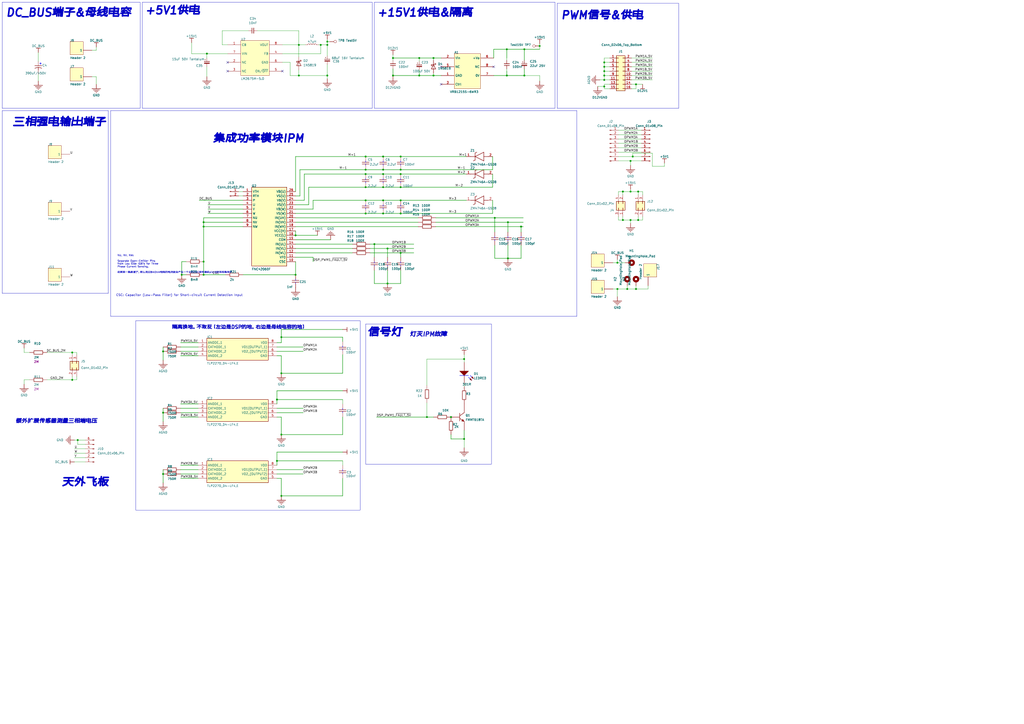
<source format=kicad_sch>
(kicad_sch (version 20230121) (generator eeschema)
  (paper "A2")
  (junction (at 212.09 90.805))
  (junction (at 232.41 100.965))
  (junction (at 217.17 141.605))
  (junction (at 269.24 208.28))
  (junction (at 294.64 128.905))
  (junction (at 251.46 33.655))
  (junction (at 294.005 43.815))
  (junction (at 222.25 90.805))
  (junction (at 189.865 24.13))
  (junction (at 212.09 108.585))
  (junction (at 350.52 36.195))
  (junction (at 163.195 195.58))
  (junction (at 313.055 26.67))
  (junction (at 294.64 149.86))
  (junction (at 232.41 108.585))
  (junction (at 287.02 126.365))
  (junction (at 302.26 131.445))
  (junction (at 94.615 239.395))
  (junction (at 358.14 152.4))
  (junction (at 45.085 255.27))
  (junction (at 222.25 116.205))
  (junction (at 294.005 28.575))
  (junction (at 350.52 41.275))
  (junction (at 171.45 159.385))
  (junction (at 212.09 100.965))
  (junction (at 173.355 26.035))
  (junction (at 212.09 98.425))
  (junction (at 361.315 127.635))
  (junction (at 361.315 111.125))
  (junction (at 365.76 127.635))
  (junction (at 163.195 216.535))
  (junction (at 173.355 43.815))
  (junction (at 163.195 252.095))
  (junction (at 363.855 167.64))
  (junction (at 368.935 48.895))
  (junction (at 370.205 127.635))
  (junction (at 370.205 111.125))
  (junction (at 365.76 111.125))
  (junction (at 160.655 231.775))
  (junction (at 350.52 43.815))
  (junction (at 232.41 116.205))
  (junction (at 232.41 123.825))
  (junction (at 160.655 267.335))
  (junction (at 350.52 38.735))
  (junction (at 227.965 33.655))
  (junction (at 261.62 241.935))
  (junction (at 94.615 274.955))
  (junction (at 227.965 43.815))
  (junction (at 163.195 287.655))
  (junction (at 224.79 164.465))
  (junction (at 171.45 136.525))
  (junction (at 365.76 93.345))
  (junction (at 368.935 167.64))
  (junction (at 222.25 98.425))
  (junction (at 212.09 123.825))
  (junction (at 212.09 116.205))
  (junction (at 224.79 144.145))
  (junction (at 94.615 203.835))
  (junction (at 350.52 50.165))
  (junction (at 118.11 151.765))
  (junction (at 243.205 33.655))
  (junction (at 232.41 146.685))
  (junction (at 247.65 241.935))
  (junction (at 243.205 43.815))
  (junction (at 269.24 254.635))
  (junction (at 41.91 220.345))
  (junction (at 120.015 31.115))
  (junction (at 105.41 159.385))
  (junction (at 222.25 123.825))
  (junction (at 358.14 167.64))
  (junction (at 189.865 26.035))
  (junction (at 222.25 100.965))
  (junction (at 186.055 26.035))
  (junction (at 41.91 204.47))
  (junction (at 350.52 46.355))
  (junction (at 232.41 98.425))
  (junction (at 189.865 43.815))
  (junction (at 118.11 128.905))
  (junction (at 367.03 90.805))
  (junction (at 232.41 90.805))
  (junction (at 304.165 43.815))
  (junction (at 118.11 131.445))
  (junction (at 118.11 159.385))
  (junction (at 251.46 43.815))
  (junction (at 304.165 28.575))
  (junction (at 222.25 108.585))
  (no_connect (at 255.905 38.735))
  (no_connect (at 163.83 41.275))
  (no_connect (at 132.08 36.195))
  (no_connect (at 255.905 48.895))
  (no_connect (at 286.385 38.735))
  (no_connect (at 132.08 41.275))
  (wire (pts (xy 163.195 252.095) (xy 163.195 241.935)) (stroke (width 0.254)))
  (wire (pts (xy 198.755 231.775) (xy 198.755 234.315)))
  (wire (pts (xy 114.935 241.935) (xy 104.775 241.935)) (stroke (width 0.254)))
  (wire (pts (xy 350.52 36.195) (xy 353.695 36.195)))
  (wire (pts (xy 163.83 36.195) (xy 168.275 36.195)))
  (wire (pts (xy 120.65 123.825) (xy 140.97 123.825)) (stroke (width 0.254)))
  (wire (pts (xy 224.79 144.145) (xy 240.03 144.145)) (stroke (width 0.254)))
  (wire (pts (xy 198.755 267.335) (xy 198.755 269.875)))
  (wire (pts (xy 294.005 33.655) (xy 294.005 34.925)))
  (wire (pts (xy 269.24 208.28) (xy 269.24 210.185)))
  (wire (pts (xy 224.79 149.225) (xy 224.79 144.145)) (stroke (width 0.254)))
  (wire (pts (xy 43.18 260.35) (xy 49.53 260.35)))
  (wire (pts (xy 115.57 116.205) (xy 140.97 116.205)) (stroke (width 0.254)))
  (wire (pts (xy 140.97 126.365) (xy 118.11 126.365)) (stroke (width 0.254)))
  (wire (pts (xy 44.45 218.44) (xy 44.45 220.345)))
  (wire (pts (xy 189.865 26.035) (xy 189.865 32.385)))
  (wire (pts (xy 285.75 123.825) (xy 285.75 116.205)) (stroke (width 0.254)))
  (wire (pts (xy 304.165 40.005) (xy 304.165 43.815)) (stroke (width 0.254)))
  (wire (pts (xy 44.45 205.74) (xy 44.45 204.47)))
  (wire (pts (xy 361.315 125.73) (xy 361.315 127.635)))
  (wire (pts (xy 13.97 204.47) (xy 17.145 204.47)))
  (wire (pts (xy 186.055 31.115) (xy 186.055 26.035)))
  (wire (pts (xy 163.195 195.58) (xy 163.195 198.755)) (stroke (width 0.254)))
  (wire (pts (xy 114.935 272.415) (xy 104.775 272.415)) (stroke (width 0.254)))
  (wire (pts (xy 368.935 48.895) (xy 372.745 48.895)))
  (wire (pts (xy 204.47 144.145) (xy 171.45 144.145)) (stroke (width 0.254)))
  (wire (pts (xy 302.26 149.86) (xy 302.26 142.24)) (stroke (width 0.254)))
  (wire (pts (xy 114.935 277.495) (xy 104.775 277.495)) (stroke (width 0.254)))
  (wire (pts (xy 128.905 26.035) (xy 132.08 26.035)))
  (wire (pts (xy 118.11 126.365) (xy 118.11 128.905)) (stroke (width 0.254)))
  (wire (pts (xy 171.45 136.525) (xy 171.45 133.985)) (stroke (width 0.254)))
  (wire (pts (xy 173.99 98.425) (xy 173.99 113.665)) (stroke (width 0.254)))
  (wire (pts (xy 222.25 123.825) (xy 232.41 123.825)) (stroke (width 0.254)))
  (wire (pts (xy 285.75 98.425) (xy 232.41 98.425)) (stroke (width 0.254)))
  (wire (pts (xy 252.73 128.905) (xy 294.64 128.905)) (stroke (width 0.254)))
  (wire (pts (xy 365.76 127.635) (xy 370.205 127.635)))
  (wire (pts (xy 294.64 142.24) (xy 294.64 149.86)) (stroke (width 0.254)))
  (wire (pts (xy 222.25 108.585) (xy 212.09 108.585)) (stroke (width 0.254)))
  (wire (pts (xy 111.125 31.115) (xy 120.015 31.115)))
  (wire (pts (xy 367.03 90.805) (xy 372.11 90.805)))
  (wire (pts (xy 243.205 33.655) (xy 227.965 33.655)) (stroke (width 0.254)))
  (wire (pts (xy 27.305 220.345) (xy 41.91 220.345)))
  (wire (pts (xy 350.52 38.735) (xy 353.695 38.735)))
  (wire (pts (xy 171.45 90.805) (xy 171.45 111.125)) (stroke (width 0.254)))
  (wire (pts (xy 160.655 239.395) (xy 175.895 239.395)) (stroke (width 0.254)))
  (wire (pts (xy 378.46 96.52) (xy 385.445 96.52)))
  (wire (pts (xy 214.63 146.685) (xy 232.41 146.685)) (stroke (width 0.254)))
  (wire (pts (xy 358.775 111.125) (xy 358.775 113.03)))
  (wire (pts (xy 114.935 206.375) (xy 104.775 206.375)) (stroke (width 0.254)))
  (wire (pts (xy 294.005 28.575) (xy 304.165 28.575)) (stroke (width 0.254)))
  (wire (pts (xy 94.615 239.395) (xy 94.615 244.475)) (stroke (width 0.254)))
  (wire (pts (xy 171.45 131.445) (xy 242.57 131.445)) (stroke (width 0.254)))
  (wire (pts (xy 365.76 93.345) (xy 372.11 93.345)))
  (wire (pts (xy 144.145 17.78) (xy 128.905 17.78)))
  (wire (pts (xy 286.385 28.575) (xy 294.005 28.575)) (stroke (width 0.254)))
  (wire (pts (xy 304.165 43.815) (xy 294.005 43.815)) (stroke (width 0.254)))
  (wire (pts (xy 55.88 27.305) (xy 55.88 29.21)))
  (wire (pts (xy 243.205 43.815) (xy 243.205 42.545)) (stroke (width 0.254)))
  (wire (pts (xy 261.62 252.095) (xy 261.62 254.635)) (stroke (width 0.254)))
  (wire (pts (xy 304.165 28.575) (xy 304.165 34.925)) (stroke (width 0.254)))
  (wire (pts (xy 365.76 127.635) (xy 365.76 129.54)))
  (wire (pts (xy 49.53 257.81) (xy 45.085 257.81)))
  (wire (pts (xy 160.655 272.415) (xy 175.895 272.415)) (stroke (width 0.254)))
  (wire (pts (xy 350.52 41.275) (xy 353.695 41.275)))
  (wire (pts (xy 361.315 127.635) (xy 365.76 127.635)))
  (wire (pts (xy 232.41 146.685) (xy 240.03 146.685)) (stroke (width 0.254)))
  (wire (pts (xy 350.52 51.435) (xy 350.52 50.165)))
  (wire (pts (xy 27.305 204.47) (xy 41.91 204.47)))
  (wire (pts (xy 171.45 123.825) (xy 212.09 123.825)) (stroke (width 0.254)))
  (wire (pts (xy 163.195 287.655) (xy 163.195 277.495)) (stroke (width 0.254)))
  (wire (pts (xy 366.395 41.275) (xy 378.46 41.275)))
  (wire (pts (xy 94.615 272.415) (xy 94.615 274.955)) (stroke (width 0.254)))
  (wire (pts (xy 247.65 223.52) (xy 247.65 208.28)))
  (wire (pts (xy 363.855 165.735) (xy 363.855 167.64)))
  (wire (pts (xy 269.24 222.885) (xy 269.24 224.155)))
  (wire (pts (xy 313.055 26.67) (xy 313.055 28.575)))
  (wire (pts (xy 366.395 36.195) (xy 378.46 36.195)))
  (wire (pts (xy 365.76 93.345) (xy 365.76 95.885)))
  (wire (pts (xy 227.965 40.005) (xy 227.965 43.815)) (stroke (width 0.254)))
  (wire (pts (xy 160.655 226.695) (xy 160.655 231.775)) (stroke (width 0.254)))
  (wire (pts (xy 286.385 33.655) (xy 286.385 28.575)) (stroke (width 0.254)))
  (wire (pts (xy 375.92 165.735) (xy 375.92 167.64)))
  (wire (pts (xy 227.965 44.45) (xy 227.965 43.815)))
  (wire (pts (xy 366.395 33.655) (xy 378.46 33.655)))
  (wire (pts (xy 160.655 267.335) (xy 160.655 269.875)) (stroke (width 0.254)))
  (wire (pts (xy 179.07 108.585) (xy 179.07 118.745)) (stroke (width 0.254)))
  (wire (pts (xy 366.395 46.355) (xy 378.46 46.355)))
  (wire (pts (xy 173.99 113.665) (xy 171.45 113.665)) (stroke (width 0.254)))
  (wire (pts (xy 294.005 40.005) (xy 294.005 41.275)))
  (wire (pts (xy 224.79 164.465) (xy 232.41 164.465)) (stroke (width 0.254)))
  (wire (pts (xy 13.97 222.885) (xy 13.97 220.345)))
  (wire (pts (xy 358.775 88.265) (xy 372.11 88.265)))
  (wire (pts (xy 163.195 216.535) (xy 198.755 216.535)) (stroke (width 0.254)))
  (wire (pts (xy 176.53 116.205) (xy 176.53 100.965)) (stroke (width 0.254)))
  (wire (pts (xy 160.655 274.955) (xy 175.895 274.955)) (stroke (width 0.254)))
  (wire (pts (xy 189.865 24.13) (xy 189.865 22.86)))
  (wire (pts (xy 163.195 287.655) (xy 198.755 287.655)) (stroke (width 0.254)))
  (wire (pts (xy 358.775 78.105) (xy 372.11 78.105)))
  (wire (pts (xy 41.91 220.345) (xy 44.45 220.345)))
  (wire (pts (xy 361.315 111.125) (xy 358.775 111.125)))
  (wire (pts (xy 105.41 151.765) (xy 105.41 159.385)) (stroke (width 0.254)))
  (wire (pts (xy 104.775 239.395) (xy 114.935 239.395)) (stroke (width 0.254)))
  (wire (pts (xy 45.085 257.81) (xy 45.085 255.27)))
  (wire (pts (xy 198.755 267.335) (xy 160.655 267.335)) (stroke (width 0.254)))
  (wire (pts (xy 240.03 141.605) (xy 217.17 141.605)) (stroke (width 0.254)))
  (wire (pts (xy 285.75 90.805) (xy 285.75 98.425)) (stroke (width 0.254)))
  (wire (pts (xy 120.015 31.115) (xy 132.08 31.115)))
  (wire (pts (xy 247.65 208.28) (xy 269.24 208.28)))
  (wire (pts (xy 232.41 108.585) (xy 222.25 108.585)) (stroke (width 0.254)))
  (wire (pts (xy 358.775 75.565) (xy 372.11 75.565)))
  (wire (pts (xy 358.14 150.495) (xy 358.14 152.4)))
  (wire (pts (xy 232.41 116.205) (xy 270.51 116.205)) (stroke (width 0.254)))
  (wire (pts (xy 247.65 241.935) (xy 218.44 241.935)) (stroke (width 0.254)))
  (wire (pts (xy 94.615 274.955) (xy 94.615 280.035)) (stroke (width 0.254)))
  (wire (pts (xy 189.865 43.815) (xy 189.865 45.72)))
  (wire (pts (xy 168.275 36.195) (xy 168.275 43.815)))
  (wire (pts (xy 160.655 236.855) (xy 175.895 236.855)) (stroke (width 0.254)))
  (wire (pts (xy 114.935 269.875) (xy 104.775 269.875)) (stroke (width 0.254)))
  (wire (pts (xy 294.005 43.815) (xy 286.385 43.815)) (stroke (width 0.254)))
  (wire (pts (xy 365.76 109.855) (xy 365.76 111.125)))
  (wire (pts (xy 160.655 231.775) (xy 160.655 234.315)) (stroke (width 0.254)))
  (wire (pts (xy 217.17 156.845) (xy 217.17 164.465)) (stroke (width 0.254)))
  (wire (pts (xy 212.09 98.425) (xy 173.99 98.425)) (stroke (width 0.254)))
  (wire (pts (xy 353.695 46.355) (xy 350.52 46.355)))
  (wire (pts (xy 232.41 90.805) (xy 222.25 90.805)) (stroke (width 0.254)))
  (wire (pts (xy 198.755 205.74) (xy 198.755 216.535)) (stroke (width 0.254)))
  (wire (pts (xy 222.25 100.965) (xy 232.41 100.965)) (stroke (width 0.254)))
  (wire (pts (xy 120.015 38.735) (xy 120.015 44.45)))
  (wire (pts (xy 94.615 236.855) (xy 94.615 239.395)) (stroke (width 0.254)))
  (wire (pts (xy 365.76 111.125) (xy 370.205 111.125)))
  (wire (pts (xy 232.41 123.825) (xy 285.75 123.825)) (stroke (width 0.254)))
  (wire (pts (xy 358.775 80.645) (xy 372.11 80.645)))
  (wire (pts (xy 363.855 167.64) (xy 358.14 167.64)))
  (wire (pts (xy 370.205 127.635) (xy 372.745 127.635)))
  (wire (pts (xy 368.935 48.895) (xy 368.935 51.435)))
  (wire (pts (xy 118.11 159.385) (xy 130.81 159.385)) (stroke (width 0.254)))
  (wire (pts (xy 313.055 43.815) (xy 304.165 43.815)))
  (wire (pts (xy 105.41 159.385) (xy 107.95 159.385)) (stroke (width 0.254)))
  (wire (pts (xy 287.02 126.365) (xy 287.02 134.62)) (stroke (width 0.254)))
  (wire (pts (xy 163.195 191.135) (xy 163.195 195.58)) (stroke (width 0.254)))
  (wire (pts (xy 269.24 254.635) (xy 269.24 249.555)) (stroke (width 0.254)))
  (wire (pts (xy 13.97 201.93) (xy 13.97 204.47)))
  (wire (pts (xy 247.65 233.68) (xy 247.65 241.935)))
  (wire (pts (xy 140.97 121.285) (xy 120.65 121.285)) (stroke (width 0.254)))
  (wire (pts (xy 168.275 43.815) (xy 173.355 43.815)))
  (wire (pts (xy 114.935 201.295) (xy 104.775 201.295)) (stroke (width 0.254)))
  (wire (pts (xy 55.88 44.45) (xy 53.34 44.45)))
  (wire (pts (xy 140.97 131.445) (xy 118.11 131.445)) (stroke (width 0.254)))
  (wire (pts (xy 212.09 108.585) (xy 179.07 108.585)) (stroke (width 0.254)))
  (wire (pts (xy 160.655 262.255) (xy 160.655 267.335)) (stroke (width 0.254)))
  (wire (pts (xy 55.88 29.21) (xy 53.34 29.21)))
  (wire (pts (xy 189.865 26.035) (xy 189.865 24.13)))
  (wire (pts (xy 222.25 90.805) (xy 212.09 90.805)) (stroke (width 0.254)))
  (wire (pts (xy 347.98 46.355) (xy 350.52 46.355)))
  (wire (pts (xy 252.73 126.365) (xy 287.02 126.365)) (stroke (width 0.254)))
  (wire (pts (xy 269.24 254.635) (xy 269.24 259.715)))
  (wire (pts (xy 173.355 40.64) (xy 173.355 43.815)))
  (wire (pts (xy 114.935 236.855) (xy 104.775 236.855)) (stroke (width 0.254)))
  (wire (pts (xy 242.57 128.905) (xy 171.45 128.905)) (stroke (width 0.254)))
  (wire (pts (xy 232.41 164.465) (xy 232.41 156.845)) (stroke (width 0.254)))
  (wire (pts (xy 358.14 167.64) (xy 355.6 167.64)))
  (wire (pts (xy 118.11 131.445) (xy 118.11 151.765)) (stroke (width 0.254)))
  (wire (pts (xy 198.755 195.58) (xy 163.195 195.58)) (stroke (width 0.254)))
  (wire (pts (xy 227.965 31.75) (xy 227.965 33.655)))
  (wire (pts (xy 252.73 131.445) (xy 302.26 131.445)) (stroke (width 0.254)))
  (wire (pts (xy 370.205 111.125) (xy 372.745 111.125)))
  (wire (pts (xy 368.935 165.735) (xy 368.935 167.64)))
  (wire (pts (xy 227.965 33.655) (xy 227.965 34.925)))
  (wire (pts (xy 302.26 131.445) (xy 303.53 131.445)) (stroke (width 0.254)))
  (wire (pts (xy 181.61 149.225) (xy 171.45 149.225)) (stroke (width 0.254)))
  (wire (pts (xy 372.745 125.73) (xy 372.745 127.635)))
  (wire (pts (xy 367.03 90.805) (xy 367.03 88.9)))
  (wire (pts (xy 173.355 26.035) (xy 177.165 26.035)))
  (wire (pts (xy 261.62 254.635) (xy 269.24 254.635)) (stroke (width 0.254)))
  (wire (pts (xy 251.46 42.545) (xy 251.46 43.815)))
  (wire (pts (xy 111.125 24.765) (xy 111.125 31.115)))
  (wire (pts (xy 269.24 205.74) (xy 269.24 208.28)))
  (wire (pts (xy 350.52 50.165) (xy 346.71 50.165)))
  (wire (pts (xy 385.445 94.615) (xy 385.445 96.52)))
  (wire (pts (xy 217.17 141.605) (xy 217.17 149.225)) (stroke (width 0.254)))
  (wire (pts (xy 361.315 111.125) (xy 365.76 111.125)))
  (wire (pts (xy 179.07 118.745) (xy 171.45 118.745)) (stroke (width 0.254)))
  (wire (pts (xy 173.355 26.035) (xy 173.355 33.02)))
  (wire (pts (xy 358.14 152.4) (xy 355.6 152.4)))
  (wire (pts (xy 22.225 30.48) (xy 22.225 35.56)))
  (wire (pts (xy 313.055 46.99) (xy 313.055 43.815)))
  (wire (pts (xy 22.225 43.18) (xy 22.225 46.99)))
  (wire (pts (xy 370.205 111.125) (xy 370.205 113.03)))
  (wire (pts (xy 350.52 33.655) (xy 350.52 36.195)))
  (wire (pts (xy 294.005 28.575) (xy 294.005 33.655)) (stroke (width 0.254)))
  (wire (pts (xy 353.695 48.895) (xy 350.52 48.895)))
  (wire (pts (xy 251.46 241.935) (xy 247.65 241.935)) (stroke (width 0.254)))
  (wire (pts (xy 198.755 226.695) (xy 160.655 226.695)) (stroke (width 0.254)))
  (wire (pts (xy 191.135 24.13) (xy 189.865 24.13)))
  (wire (pts (xy 114.935 234.315) (xy 104.775 234.315)) (stroke (width 0.254)))
  (wire (pts (xy 171.45 116.205) (xy 176.53 116.205)) (stroke (width 0.254)))
  (wire (pts (xy 350.52 38.735) (xy 350.52 41.275)))
  (wire (pts (xy 251.46 33.655) (xy 251.46 34.925)))
  (wire (pts (xy 128.905 17.78) (xy 128.905 26.035)))
  (wire (pts (xy 366.395 48.895) (xy 368.935 48.895)))
  (wire (pts (xy 358.775 127.635) (xy 361.315 127.635)))
  (wire (pts (xy 41.91 205.74) (xy 41.91 204.47)))
  (wire (pts (xy 149.225 17.78) (xy 173.355 17.78)))
  (wire (pts (xy 107.95 151.765) (xy 105.41 151.765)) (stroke (width 0.254)))
  (wire (pts (xy 120.015 31.115) (xy 120.015 33.655)))
  (wire (pts (xy 232.41 100.965) (xy 270.51 100.965)) (stroke (width 0.254)))
  (wire (pts (xy 358.775 125.73) (xy 358.775 127.635)))
  (wire (pts (xy 366.395 43.815) (xy 378.46 43.815)))
  (wire (pts (xy 184.785 26.035) (xy 186.055 26.035)))
  (wire (pts (xy 353.695 33.655) (xy 350.52 33.655)))
  (wire (pts (xy 350.52 48.895) (xy 350.52 50.165)))
  (wire (pts (xy 287.02 149.86) (xy 294.64 149.86)) (stroke (width 0.254)))
  (wire (pts (xy 163.195 241.935) (xy 160.655 241.935)) (stroke (width 0.254)))
  (wire (pts (xy 104.775 203.835) (xy 114.935 203.835)) (stroke (width 0.254)))
  (wire (pts (xy 353.695 51.435) (xy 350.52 51.435)))
  (wire (pts (xy 163.195 216.535) (xy 163.195 206.375)) (stroke (width 0.254)))
  (wire (pts (xy 171.45 159.385) (xy 140.97 159.385)) (stroke (width 0.254)))
  (wire (pts (xy 255.905 33.655) (xy 251.46 33.655)) (stroke (width 0.254)))
  (wire (pts (xy 181.61 116.205) (xy 212.09 116.205)) (stroke (width 0.254)))
  (wire (pts (xy 118.11 128.905) (xy 118.11 131.445)) (stroke (width 0.254)))
  (wire (pts (xy 198.755 195.58) (xy 198.755 198.12)) (stroke (width 0.254)))
  (wire (pts (xy 138.43 111.125) (xy 140.97 111.125)))
  (wire (pts (xy 358.775 85.725) (xy 372.11 85.725)))
  (wire (pts (xy 378.46 88.9) (xy 378.46 96.52)))
  (wire (pts (xy 270.51 90.805) (xy 232.41 90.805)) (stroke (width 0.254)))
  (wire (pts (xy 313.055 25.4) (xy 313.055 26.67)))
  (wire (pts (xy 118.11 151.765) (xy 118.11 159.385)) (stroke (width 0.254)))
  (wire (pts (xy 224.79 156.845) (xy 224.79 164.465)) (stroke (width 0.254)))
  (wire (pts (xy 160.655 198.755) (xy 163.195 198.755)) (stroke (width 0.254)))
  (wire (pts (xy 163.83 26.035) (xy 173.355 26.035)))
  (wire (pts (xy 13.97 220.345) (xy 17.145 220.345)))
  (wire (pts (xy 361.315 111.125) (xy 361.315 113.03)))
  (wire (pts (xy 163.195 252.095) (xy 198.755 252.095)) (stroke (width 0.254)))
  (wire (pts (xy 163.195 191.135) (xy 198.755 191.135)) (stroke (width 0.254)))
  (wire (pts (xy 43.18 255.27) (xy 45.085 255.27)))
  (wire (pts (xy 287.02 142.24) (xy 287.02 149.86)) (stroke (width 0.254)))
  (wire (pts (xy 94.615 203.835) (xy 94.615 208.915)) (stroke (width 0.254)))
  (wire (pts (xy 303.53 128.905) (xy 294.64 128.905)) (stroke (width 0.254)))
  (wire (pts (xy 176.53 100.965) (xy 212.09 100.965)) (stroke (width 0.254)))
  (wire (pts (xy 350.52 43.815) (xy 350.52 41.275)))
  (wire (pts (xy 163.195 206.375) (xy 160.655 206.375)) (stroke (width 0.254)))
  (wire (pts (xy 358.14 172.085) (xy 358.14 167.64)))
  (wire (pts (xy 255.905 43.815) (xy 251.46 43.815)) (stroke (width 0.254)))
  (wire (pts (xy 251.46 33.655) (xy 243.205 33.655)) (stroke (width 0.254)))
  (wire (pts (xy 375.92 167.64) (xy 368.935 167.64)))
  (wire (pts (xy 285.75 108.585) (xy 232.41 108.585)) (stroke (width 0.254)))
  (wire (pts (xy 358.775 83.185) (xy 372.11 83.185)))
  (wire (pts (xy 251.46 43.815) (xy 243.205 43.815)) (stroke (width 0.254)))
  (wire (pts (xy 41.91 218.44) (xy 41.91 220.345)))
  (wire (pts (xy 43.18 265.43) (xy 49.53 265.43)))
  (wire (pts (xy 294.64 128.905) (xy 294.64 134.62)) (stroke (width 0.254)))
  (wire (pts (xy 55.88 48.895) (xy 55.88 44.45)))
  (wire (pts (xy 368.935 167.64) (xy 363.855 167.64)))
  (wire (pts (xy 367.03 88.9) (xy 378.46 88.9)))
  (wire (pts (xy 171.45 151.765) (xy 171.45 159.385)) (stroke (width 0.254)))
  (wire (pts (xy 204.47 141.605) (xy 171.45 141.605)) (stroke (width 0.254)))
  (wire (pts (xy 350.52 43.815) (xy 353.695 43.815)))
  (wire (pts (xy 294.005 41.275) (xy 294.005 43.815)) (stroke (width 0.254)))
  (wire (pts (xy 350.52 36.195) (xy 350.52 38.735)))
  (wire (pts (xy 243.205 40.64) (xy 243.205 42.545)))
  (wire (pts (xy 45.085 255.27) (xy 49.53 255.27)))
  (wire (pts (xy 186.055 26.035) (xy 189.865 26.035)))
  (wire (pts (xy 366.395 51.435) (xy 368.935 51.435)))
  (wire (pts (xy 171.45 121.285) (xy 181.61 121.285)) (stroke (width 0.254)))
  (wire (pts (xy 104.775 274.955) (xy 114.935 274.955)) (stroke (width 0.254)))
  (wire (pts (xy 287.02 126.365) (xy 303.53 126.365)) (stroke (width 0.254)))
  (wire (pts (xy 204.47 146.685) (xy 171.45 146.685)) (stroke (width 0.254)))
  (wire (pts (xy 212.09 100.965) (xy 222.25 100.965)) (stroke (width 0.254)))
  (wire (pts (xy 243.205 33.655) (xy 243.205 35.56)))
  (wire (pts (xy 198.755 262.255) (xy 160.655 262.255)) (stroke (width 0.254)))
  (wire (pts (xy 114.935 198.755) (xy 104.775 198.755)) (stroke (width 0.254)))
  (wire (pts (xy 43.18 262.89) (xy 49.53 262.89)))
  (wire (pts (xy 163.195 277.495) (xy 160.655 277.495)) (stroke (width 0.254)))
  (wire (pts (xy 140.97 118.745) (xy 120.65 118.745)) (stroke (width 0.254)))
  (wire (pts (xy 358.775 90.805) (xy 367.03 90.805)))
  (wire (pts (xy 173.355 43.815) (xy 189.865 43.815)))
  (wire (pts (xy 140.97 128.905) (xy 118.11 128.905)) (stroke (width 0.254)))
  (wire (pts (xy 138.43 113.665) (xy 140.97 113.665)))
  (wire (pts (xy 232.41 98.425) (xy 222.25 98.425)) (stroke (width 0.254)))
  (wire (pts (xy 366.395 38.735) (xy 378.46 38.735)))
  (wire (pts (xy 212.09 123.825) (xy 222.25 123.825)) (stroke (width 0.254)))
  (wire (pts (xy 181.61 151.765) (xy 181.61 149.225)) (stroke (width 0.254)))
  (wire (pts (xy 217.17 141.605) (xy 214.63 141.605)) (stroke (width 0.254)))
  (wire (pts (xy 222.25 116.205) (xy 232.41 116.205)) (stroke (width 0.254)))
  (wire (pts (xy 370.205 125.73) (xy 370.205 127.635)))
  (wire (pts (xy 198.755 241.935) (xy 198.755 252.095)) (stroke (width 0.254)))
  (wire (pts (xy 160.655 201.295) (xy 175.895 201.295)) (stroke (width 0.254)))
  (wire (pts (xy 302.26 131.445) (xy 302.26 134.62)) (stroke (width 0.254)))
  (wire (pts (xy 160.655 203.835) (xy 175.895 203.835)) (stroke (width 0.254)))
  (wire (pts (xy 212.09 90.805) (xy 171.45 90.805)) (stroke (width 0.254)))
  (wire (pts (xy 358.14 152.4) (xy 362.585 152.4)))
  (wire (pts (xy 214.63 144.145) (xy 224.79 144.145)) (stroke (width 0.254)))
  (wire (pts (xy 191.77 139.065) (xy 171.45 139.065)) (stroke (width 0.254)))
  (wire (pts (xy 358.775 93.345) (xy 365.76 93.345)))
  (wire (pts (xy 350.52 46.355) (xy 350.52 43.815)))
  (wire (pts (xy 212.09 116.205) (xy 222.25 116.205)) (stroke (width 0.254)))
  (wire (pts (xy 94.615 201.295) (xy 94.615 203.835)) (stroke (width 0.254)))
  (wire (pts (xy 163.83 31.115) (xy 186.055 31.115)))
  (wire (pts (xy 198.755 277.495) (xy 198.755 287.655)) (stroke (width 0.254)))
  (wire (pts (xy 227.965 43.815) (xy 243.205 43.815)) (stroke (width 0.254)))
  (wire (pts (xy 242.57 126.365) (xy 171.45 126.365)) (stroke (width 0.254)))
  (wire (pts (xy 285.75 100.965) (xy 285.75 108.585)) (stroke (width 0.254)))
  (wire (pts (xy 294.64 149.86) (xy 302.26 149.86)) (stroke (width 0.254)))
  (wire (pts (xy 41.91 204.47) (xy 44.45 204.47)))
  (wire (pts (xy 232.41 149.225) (xy 232.41 146.685)) (stroke (width 0.254)))
  (wire (pts (xy 184.15 136.525) (xy 171.45 136.525)) (stroke (width 0.254)))
  (wire (pts (xy 181.61 121.285) (xy 181.61 116.205)) (stroke (width 0.254)))
  (wire (pts (xy 189.865 37.465) (xy 189.865 43.815)))
  (wire (pts (xy 43.18 267.97) (xy 49.53 267.97)))
  (wire (pts (xy 217.17 164.465) (xy 224.79 164.465)) (stroke (width 0.254)))
  (wire (pts (xy 304.165 28.575) (xy 313.055 28.575)) (stroke (width 0.254)))
  (wire (pts (xy 173.355 17.78) (xy 173.355 26.035)))
  (wire (pts (xy 372.745 111.125) (xy 372.745 113.03)))
  (wire (pts (xy 198.755 231.775) (xy 160.655 231.775)) (stroke (width 0.254)))
  (wire (pts (xy 222.25 98.425) (xy 212.09 98.425)) (stroke (width 0.254)))
  (rectangle (start 82.55 1.27) (end 215.9 62.865))
  (rectangle (start 217.17 1.27) (end 321.945 62.865))
  (rectangle (start 64.135 64.135) (end 334.645 183.515))
  (rectangle (start 1.27 1.27) (end 81.28 62.865))
  (rectangle (start 1.27 64.135) (end 62.865 170.18))
  (rectangle (start 78.74 186.055) (end 208.915 295.91))
  (rectangle (start 323.215 1.905) (end 393.7 62.865))
  (rectangle (start 212.09 187.96) (end 285.115 269.24))
  (text_box "NU, NV, NW:\n\nSeparate Open−Emitter Pins from Low Side IGBTs for Three Phase Current Sensing.\n\n如果某一路直通了，那么流过8mOhm电阻的电流就会产生一个正的CSC信号通给pin10实现短路保护\n" (at 67.31 146.685 0) (size 25.4 20.32) (stroke (width -0.0001) (color 0 0 0 1)) (fill (type color) (color 255 255 255 1)) (effects (font (size 1.016 1.016)) (justify left top)))
  (text "+5V1供电" (at 83.82 8.89 0) (effects (font (size 4.572 4.572) bold italic) (justify left bottom)))
  (text "PWM信号&供电" (at 325.12 11.684 0) (effects (font (size 4.572 4.572) bold italic) (justify left bottom)))
  (text "灯灭IPM故障" (at 237.49 195.58 0) (effects (font (size 2.54 2.54) bold italic) (justify left bottom)))
  (text "信号灯" (at 212.725 195.58 0) (effects (font (size 4.572 4.572) bold italic) (justify left bottom)))
  (text "隔离换地，不取反（左边是DSP的地，右边是母线电容的地）" (at 99.695 191.135 0) (effects (font (size 2.032 2.032) bold) (justify left bottom)))
  (text "DC_BUS端子&母线电容" (at 3.175 10.16 0) (effects (font (size 4.572 4.572) bold italic) (justify left bottom)))
  (text "+15V1供电&隔离" (at 218.44 10.16 0) (effects (font (size 4.572 4.572) bold italic) (justify left bottom)))
  (text "天外飞板" (at 35.56 282.575 0) (effects (font (size 4.572 4.572) bold italic) (justify left bottom)))
  (text "额外扩展传感器测量三相端电压" (at 8.89 245.745 0) (effects (font (size 2.286 2.286) bold italic) (justify left bottom)))
  (text "三相强电输出端子" (at 6.985 73.66 0) (effects (font (size 4.572 4.572) bold italic) (justify left bottom)))
  (text "集成功率模块IPM" (at 123.19 83.185 0) (effects (font (size 4.572 4.572) bold italic) (justify left bottom)))
  (text "CSC: Capacitor (Low−Pass Filter) for Short−circuit Current Detection Input" (at 67.31 172.085 0) (effects (font (size 1.27 1.27)) (justify left bottom)))
  (label "PWM1B_5V" (at 378.46 41.275 180))
  (label "PWM3B_5V" (at 104.775 277.495 180))
  (label "PWM1A_5V" (at 378.46 33.655 180))
  (label "PWM2A_5V" (at 104.775 206.375 180))
  (label "OPWM1B" (at 361.95 83.185 180))
  (label "W" (at 120.65 123.825 180))
  (label "W" (at 40.64 160.655 180))
  (label "PWM1A_5V" (at 104.775 198.755 180))
  (label "V" (at 40.64 122.555 180))
  (label "OPWM2B" (at 227.33 144.145 180))
  (label "CSC" (at 123.19 159.385 180))
  (label "PWM2B_5V" (at 378.46 43.815 180))
  (label "OPWM1B" (at 227.33 141.605 180))
  (label "OPWM2A" (at 269.875 128.905 180))
  (label "OPWM2B" (at 175.895 272.415 180))
  (label "OPWM1A" (at 361.95 75.565 180))
  (label "U" (at 40.64 89.535 180))
  (label "M+1" (at 201.93 90.805 180))
  (label "V" (at 120.65 121.285 180))
  (label "OPWM3A" (at 175.895 236.855 180))
  (label "M+1" (at 266.31 90.805 180))
  (label "M-1" (at 196.85 98.425 180))
  (label "OPWM1A" (at 269.875 126.365 180))
  (label "M-1" (at 265.43 98.425 180))
  (label "OPWM2B" (at 361.95 85.725 180))
  (label "M-3" (at 260.35 123.825 180))
  (label "GND_2M" (at 36.83 220.345 180))
  (label "M-2" (at 264.115 108.585 180))
  (label "PWM3A_5V" (at 378.46 38.735 180))
  (label "M+2" (at 265.43 100.965 180))
  (label "OPWM2A" (at 361.95 78.105 180))
  (label "OPWM1A" (at 175.895 201.295 180))
  (label "DSP_PWM1_~{FAULT_5V}" (at 218.44 241.935 180))
  (label "OPWM3A" (at 361.95 80.645 180))
  (label "DC_BUS" (at 115.57 116.205 180))
  (label "U" (at 43.18 260.35 180))
  (label "PWM2B_5V" (at 104.775 269.875 180))
  (label "OPWM3B" (at 361.95 88.265 180))
  (label "DC_BUS_2M" (at 38.1 204.47 180))
  (label "DSP_PWM1_~{FAULT_5V}" (at 181.61 151.765 180))
  (label "W" (at 43.18 262.89 180))
  (label "M+3" (at 260.35 116.205 180))
  (label "OPWM3B" (at 227.33 146.685 180))
  (label "OPWM3B" (at 175.895 274.955 180))
  (label "OPWM3A" (at 269.875 131.445 180))
  (label "PWM2A_5V" (at 378.46 36.195 180))
  (label "OPWM2A" (at 175.895 203.835 180))
  (label "PWM3B_5V" (at 378.46 46.355 180))
  (label "U" (at 120.65 118.745 180))
  (label "V" (at 43.18 265.43 180))
  (label "OPWM1B" (at 175.895 239.395 180))
  (label "PWM3A_5V" (at 104.775 234.315 180))
  (label "PWM1B_5V" (at 104.775 241.935 180))
  (symbol (lib_id "inverter-altium-import:DC_BUS") (at 55.88 27.305 180) (unit 1)
    (property "Reference" "#PWR014" (effects hide))
    (property "Value" "DC_BUS" (at 55.88 23.495 0))
  )
  (symbol (lib_id "Device:C_Polarized_Small") (at 120.015 36.195 0) (unit 1)
    (property "Reference" "C35" (at 113.665 38.1 0) (effects (justify left)))
    (property "Value" "15uF 50V Tantalum" (at 99.695 34.29 0) (effects (justify left)))
    (property "Footprint" "Capacitor_Tantalum_SMD:CP_EIA-3528-21_Kemet-B_Pad1.50x2.35mm_HandSolder" (effects hide))
  )
  (symbol (lib_id "inverter-altium-import:root_2_Res2") (at 115.57 161.925 0) (unit 1)
    (property "Reference" "R20" (at 110.49 158.369 0) (effects (justify left bottom)))
    (property "Value" "8mR" (at 110.49 162.941 0) (effects (justify left bottom)))
    (property "Footprint" "Resistor_SMD:R_2512_6332Metric" (effects hide))
    (property "PUBLISHED" "8-Jun-2000" (effects hide))
    (property "LATESTREVISIONDATE" "17-Jul-2002" (effects hide))
    (property "LATESTREVISIONNOTE" "Re-released for DXP Platform." (effects hide))
    (property "PACKAGEREFERENCE" "AXIAL-0.4" (effects hide))
    (property "PUBLISHER" "Altium Limited" (effects hide))
    (property "PACKAGEDESCRIPTION" "Axial Device, Thru-Hole; 2 Leads; 0.4 in Pin Spacing" (effects hide))
    (property "ALTIUM_VALUE" "3.3K" (effects hide))
  )
  (symbol (lib_id "inverter-altium-import:root_0_NPN") (at 266.7 239.395 0) (unit 1)
    (property "Reference" "Q1" (at 270.002 241.681 0) (effects (justify left bottom)))
    (property "Value" "FMMT618TA" (at 270.002 244.221 0) (effects (justify left bottom)))
    (property "Footprint" "Package_TO_SOT_SMD:SOT-23-3" (effects hide))
    (property "PUBLISHED" "8-Jun-2000" (effects hide))
    (property "LATESTREVISIONDATE" "17-Jul-2002" (effects hide))
    (property "LATESTREVISIONNOTE" "Re-released for DXP Platform." (effects hide))
    (property "PACKAGEREFERENCE" "TO-226-AA" (effects hide))
    (property "PUBLISHER" "Altium Limited" (effects hide))
    (property "PACKAGEDESCRIPTION" "TO, Flat Index; 3 In-Line, Axial Leads; Body Dia. 4.8mm; Leads 0.55 x 0.51 mm (max)" (effects hide))
    (property "CODE_JEDEC" "TO-226-AA" (effects hide))
    (property "CLASSNAME" "HelloDSP" (effects hide))
  )
  (symbol (lib_id "inverter-altium-import:DC_BUS") (at 43.18 267.97 270) (unit 1)
    (property "Reference" "#PWR026" (effects hide))
    (property "Value" "DC_BUS" (at 39.37 267.97 90) (effects (justify right)))
  )
  (symbol (lib_id "inverter-altium-import:root_3_Cap") (at 224.79 93.345 0) (unit 1)
    (property "Reference" "C6" (at 223.52 93.345 0) (effects (justify left bottom)))
    (property "Value" "2.2uf" (at 224.579 96.13 0) (effects (justify left bottom)))
    (property "Footprint" "Capacitor_SMD:C_0805_2012Metric" (effects hide))
    (property "PUBLISHED" "*" (effects hide))
    (property "LATESTREVISIONDATE" "*" (effects hide))
    (property "LATESTREVISIONNOTE" "*" (effects hide))
    (property "PACKAGEREFERENCE" "*" (effects hide))
    (property "PUBLISHER" "*" (effects hide))
  )
  (symbol (lib_id "inverter-altium-import:DC_BUS") (at 13.97 201.93 180) (unit 1)
    (property "Reference" "#PWR016" (effects hide))
    (property "Value" "DC_BUS" (at 13.97 198.12 0))
  )
  (symbol (lib_id "inverter-altium-import:root_0_Res2") (at 245.11 123.825 0) (unit 1)
    (property "Reference" "R13" (at 239.349 120.015 0) (effects (justify left bottom)))
    (property "Value" "100R" (at 244.429 120.015 0) (effects (justify left bottom)))
    (property "Footprint" "Resistor_SMD:R_0603_1608Metric" (effects hide))
    (property "PUBLISHED" "*" (effects hide))
    (property "LATESTREVISIONDATE" "*" (effects hide))
    (property "LATESTREVISIONNOTE" "*" (effects hide))
    (property "PACKAGEREFERENCE" "*" (effects hide))
    (property "PUBLISHER" "*" (effects hide))
  )
  (symbol (lib_id "inverter-altium-import:root_1_Cap") (at 196.215 239.395 0) (unit 1)
    (property "Reference" "C2" (at 201.041 239.141 0) (effects (justify left bottom)))
    (property "Value" "100nf" (at 200.66 241.3 0) (effects (justify left bottom)))
    (property "Footprint" "Capacitor_SMD:C_0603_1608Metric" (effects hide))
    (property "PUBLISHED" "8-Jun-2000" (effects hide))
    (property "REVISION" "July-2002: Re-released for DXP Platform." (effects hide))
    (property "PUBLISHER" "Altium Limited" (effects hide))
  )
  (symbol (lib_id "inverter-altium-import:GND") (at 163.195 252.095 0) (unit 1)
    (property "Reference" "#PWR08" (effects hide))
    (property "Value" "GND" (at 163.195 258.445 0))
  )
  (symbol (lib_id "inverter-altium-import:+5V1") (at 189.865 22.86 180) (unit 1)
    (property "Reference" "#PWR033" (effects hide))
    (property "Value" "+5V1" (at 189.865 19.05 0))
  )
  (symbol (lib_id "inverter-altium-import:root_0_Res2") (at 245.11 126.365 0) (unit 1)
    (property "Reference" "R14" (at 239.349 122.555 0) (effects (justify left bottom)))
    (property "Value" "100R" (at 244.429 122.555 0) (effects (justify left bottom)))
    (property "Footprint" "Resistor_SMD:R_0603_1608Metric" (effects hide))
    (property "PUBLISHED" "*" (effects hide))
    (property "LATESTREVISIONDATE" "*" (effects hide))
    (property "LATESTREVISIONNOTE" "*" (effects hide))
    (property "PACKAGEREFERENCE" "*" (effects hide))
    (property "PUBLISHER" "*" (effects hide))
  )
  (symbol (lib_id "Connector:TestPoint") (at 313.055 26.67 90) (mirror x) (unit 1)
    (property "Reference" "TP7" (at 307.975 26.035 90) (effects (justify left)))
    (property "Value" "Test15V" (at 303.53 26.035 90) (effects (justify left)))
    (property "Footprint" "TestPoint:TestPoint_Pad_D1.0mm" (effects hide))
  )
  (symbol (lib_id "inverter-altium-import:GND") (at 294.64 149.86 0) (unit 1)
    (property "Reference" "#PWR024" (effects hide))
    (property "Value" "GND" (at 294.64 156.21 0))
  )
  (symbol (lib_id "inverter-altium-import:+5V1") (at 198.755 226.695 90) (unit 1)
    (property "Reference" "#PWR06" (effects hide))
    (property "Value" "+5V1" (at 202.565 226.695 90) (effects (justify right)))
  )
  (symbol (lib_id "inverter-altium-import:+15V1") (at 111.125 24.765 180) (unit 1)
    (property "Reference" "#PWR034" (effects hide))
    (property "Value" "+15V1" (at 111.125 20.955 0))
  )
  (symbol (lib_id "inverter-altium-import:root_3_Cap Pol1") (at 24.765 38.1 0) (unit 1)
    (property "Reference" "C4" (at 24.511 38.608 0) (effects (justify left bottom)))
    (property "Value" "390uF/450V" (at 14.605 43.18 0) (effects (justify left bottom)))
    (property "Footprint" "Capacitor_THT:CP_Radial_D35.0mm_P10.00mm_SnapIn" (effects hide))
    (property "PUBLISHED" "8-Jun-2000" (effects hide))
    (property "LATESTREVISIONDATE" "17-Jul-2002" (effects hide))
    (property "LATESTREVISIONNOTE" "Re-released for DXP Platform." (effects hide))
    (property "PUBLISHER" "Altium Limited" (effects hide))
  )
  (symbol (lib_id "inverter-altium-import:AGND") (at 94.615 280.035 0) (unit 1)
    (property "Reference" "#PWR011" (effects hide))
    (property "Value" "AGND" (at 94.615 286.385 0))
  )
  (symbol (lib_id "Mechanical:MountingHole_Pad") (at 365.125 152.4 270) (mirror x) (unit 1)
    (property "Reference" "H1" (at 366.395 145.415 90))
    (property "Value" "MountingHole_Pad" (at 371.475 148.59 90))
    (property "Footprint" "MountingHole:MountingHole_3.2mm_M3_Pad_Via" (effects hide))
  )
  (symbol (lib_id "inverter-altium-import:GND") (at 313.055 46.99 0) (unit 1)
    (property "Reference" "#PWR032" (effects hide))
    (property "Value" "GND" (at 313.055 53.34 0))
  )
  (symbol (lib_id "inverter-altium-import:root_2_Res2") (at 138.43 161.925 0) (unit 1)
    (property "Reference" "R21" (at 133.35 158.369 0) (effects (justify left bottom)))
    (property "Value" "2k" (at 133.35 162.941 0) (effects (justify left bottom)))
    (property "Footprint" "Resistor_SMD:R_1206_3216Metric" (effects hide))
    (property "PUBLISHED" "8-Jun-2000" (effects hide))
    (property "LATESTREVISIONDATE" "17-Jul-2002" (effects hide))
    (property "LATESTREVISIONNOTE" "Re-released for DXP Platform." (effects hide))
    (property "PACKAGEREFERENCE" "AXIAL-0.4" (effects hide))
    (property "PUBLISHER" "Altium Limited" (effects hide))
  )
  (symbol (lib_id "Connector:Conn_01x08_Pin") (at 377.19 83.185 0) (mirror y) (unit 1)
    (property "Reference" "J3" (at 376.555 70.485 0))
    (property "Value" "Conn_01x08_Pin" (at 376.555 73.025 0))
    (property "Footprint" "Connector_PinSocket_2.54mm:PinSocket_1x08_P2.54mm_Vertical" (effects hide))
  )
  (symbol (lib_id "inverter-altium-import:root_0_TLP2270_D4-LF4,E") (at 114.935 269.875 0) (unit 1)
    (property "Reference" "IC3" (at 120.015 267.335 0) (effects (justify left bottom)))
    (property "Value" "TLP2270_D4-LF4,E" (at 120.015 282.575 0) (effects (justify left bottom)))
    (property "Footprint" "Package_SO:SOIC-8_7.5x5.85mm_P1.27mm" (effects hide))
    (property "DATASHEET LINK" "http://toshiba.semicon-storage.com/info/docget.jsp?did=54624&prodName=TLP2270" (effects hide))
    (property "HEIGHT" "2.2mm" (effects hide))
    (property "MANUFACTURER_NAME" "Toshiba" (effects hide))
    (property "MANUFACTURER_PART_NUMBER" "TLP2270(D4-LF4,E" (effects hide))
    (property "MOUSER PART NUMBER" "757-TLP2270D4-LF4E" (effects hide))
    (property "MOUSER PRICE/STOCK" "https://www.mouser.co.uk/ProductDetail/Toshiba/TLP2270D4-LF4E?qs=byeeYqUIh0MHPEM80CcHUQ%3D%3D" (effects hide))
    (property "ARROW PART NUMBER" "TLP2270(D4-LF4,E" (effects hide))
    (property "ARROW PRICE/STOCK" "https://www.arrow.com/en/products/tlp2270-d4-lf4e/toshiba" (effects hide))
  )
  (symbol (lib_id "Mechanical:MountingHole_Pad") (at 363.855 163.195 0) (mirror y) (unit 1)
    (property "Reference" "H2" (at 356.87 161.925 90))
    (property "Value" "MountingHole_Pad" (at 360.045 156.845 90))
    (property "Footprint" "MountingHole:MountingHole_3.2mm_M3_Pad_Via" (effects hide))
  )
  (symbol (lib_id "inverter-altium-import:+15V1") (at 184.15 136.525 180) (unit 1)
    (property "Reference" "#PWR021" (effects hide))
    (property "Value" "+15V1" (at 184.15 132.715 0))
  )
  (symbol (lib_id "inverter-altium-import:root_1_Cap") (at 284.48 139.7 0) (unit 1)
    (property "Reference" "C15" (at 289.306 139.446 0) (effects (justify left bottom)))
    (property "Value" "100pf" (at 289.306 141.986 0) (effects (justify left bottom)))
    (property "Footprint" "Capacitor_SMD:C_0603_1608Metric" (effects hide))
    (property "PUBLISHED" "*" (effects hide))
    (property "LATESTREVISIONDATE" "*" (effects hide))
    (property "LATESTREVISIONNOTE" "*" (effects hide))
    (property "PACKAGEREFERENCE" "*" (effects hide))
    (property "PUBLISHER" "*" (effects hide))
  )
  (symbol (lib_id "inverter-altium-import:GND") (at 189.865 45.72 0) (unit 1)
    (property "Reference" "#PWR039" (effects hide))
    (property "Value" "GND" (at 189.865 52.07 0))
  )
  (symbol (lib_id "inverter-altium-import:root_2_Header 2") (at 35.56 92.075 0) (unit 1)
    (property "Reference" "J8" (at 27.94 84.455 0) (effects (justify left bottom)))
    (property "Value" "Header 2" (at 27.94 94.615 0) (effects (justify left bottom)))
    (property "Footprint" "inverter_lib:M3_smt" (effects hide))
    (property "LATESTREVISIONDATE" "17-Jul-2002" (effects hide))
    (property "LATESTREVISIONNOTE" "Re-released for DXP Platform." (effects hide))
    (property "PUBLISHER" "Altium Limited" (effects hide))
  )
  (symbol (lib_id "inverter-altium-import:root_0_Res2") (at 245.11 128.905 0) (unit 1)
    (property "Reference" "R15" (at 239.349 125.095 0) (effects (justify left bottom)))
    (property "Value" "100R" (at 244.429 125.095 0) (effects (justify left bottom)))
    (property "Footprint" "Resistor_SMD:R_0603_1608Metric" (effects hide))
    (property "PUBLISHED" "*" (effects hide))
    (property "LATESTREVISIONDATE" "*" (effects hide))
    (property "LATESTREVISIONNOTE" "*" (effects hide))
    (property "PACKAGEREFERENCE" "*" (effects hide))
    (property "PUBLISHER" "*" (effects hide))
  )
  (symbol (lib_id "Device:C_Polarized_Small") (at 243.205 38.1 0) (unit 1)
    (property "Reference" "C23" (at 244.475 36.195 0) (effects (justify left)))
    (property "Value" "100uf 50V" (at 239.395 41.275 0) (effects (justify left)))
    (property "Footprint" "Capacitor_SMD:CP_Elec_6.3x7.7" (effects hide))
  )
  (symbol (lib_id "inverter-altium-import:+5V1") (at 198.755 191.135 90) (unit 1)
    (property "Reference" "#PWR01" (effects hide))
    (property "Value" "+5V1" (at 202.565 191.135 90) (effects (justify right)))
  )
  (symbol (lib_id "inverter-altium-import:GND") (at 13.97 222.885 0) (unit 1)
    (property "Reference" "#PWR020" (effects hide))
    (property "Value" "GND" (at 13.97 229.235 0))
  )
  (symbol (lib_id "inverter-altium-import:AGND") (at 347.98 46.355 270) (unit 1)
    (property "Reference" "#PWR05" (effects hide))
    (property "Value" "AGND" (at 341.63 46.355 0))
  )
  (symbol (lib_id "inverter-altium-import:+15V1") (at 313.055 25.4 180) (unit 1)
    (property "Reference" "#PWR036" (effects hide))
    (property "Value" "+15V1" (at 313.055 21.59 0))
  )
  (symbol (lib_id "Connector_Generic:Conn_02x02_Odd_Even") (at 370.205 118.11 90) (mirror x) (unit 1)
    (property "Reference" "J12" (at 375.285 116.84 90) (effects (justify right)))
    (property "Value" "Conn_01x02_Pin" (at 375.285 121.92 90) (effects (justify right)))
    (property "Footprint" "Connector_PinSocket_2.54mm:PinSocket_2x02_P2.54mm_Vertical" (effects hide))
  )
  (symbol (lib_id "inverter-altium-import:root_2_Header 2") (at 35.56 125.095 0) (unit 1)
    (property "Reference" "J9" (at 27.94 117.475 0) (effects (justify left bottom)))
    (property "Value" "Header 2" (at 27.94 127.635 0) (effects (justify left bottom)))
    (property "Footprint" "inverter_lib:M3_smt" (effects hide))
    (property "LATESTREVISIONDATE" "17-Jul-2002" (effects hide))
    (property "LATESTREVISIONNOTE" "Re-released for DXP Platform." (effects hide))
    (property "PUBLISHER" "Altium Limited" (effects hide))
  )
  (symbol (lib_id "inverter-altium-import:root_0_LM2675") (at 139.7 23.495 0) (unit 1)
    (property "Reference" "U2" (at 139.7 23.495 0) (effects (justify left bottom)))
    (property "Value" "LM2675M-5.0" (at 139.7 46.355 0) (effects (justify left bottom)))
    (property "Footprint" "Package_SO:SOIC-8_3.9x4.9mm_P1.27mm" (effects hide))
  )
  (symbol (lib_id "inverter-altium-import:root_2_Header 2") (at 350.52 154.94 0) (unit 1)
    (property "Reference" "J14" (at 342.9 147.32 0) (effects (justify left bottom)))
    (property "Value" "Header 2" (at 342.9 157.48 0) (effects (justify left bottom)))
    (property "Footprint" "inverter_lib:M3_smt" (effects hide))
    (property "LATESTREVISIONDATE" "17-Jul-2002" (effects hide))
    (property "LATESTREVISIONNOTE" "Re-released for DXP Platform." (effects hide))
    (property "PUBLISHER" "Altium Limited" (effects hide))
  )
  (symbol (lib_id "Connector_Generic:Conn_02x08_Odd_Even") (at 358.775 41.275 0) (unit 1)
    (property "Reference" "J1" (at 360.045 29.845 0))
    (property "Value" "Conn_02x06_Top_Bottom" (at 360.68 26.035 0))
    (property "Footprint" "Connector_PinSocket_2.54mm:PinSocket_2x08_P2.54mm_Vertical" (effects hide))
  )
  (symbol (lib_id "inventer-altium-import:D12VGND") (at 346.71 50.165 0) (unit 1)
    (property "Reference" "#PWR038" (effects hide))
    (property "Value" "D12VGND" (at 347.98 56.515 0))
  )
  (symbol (lib_id "inverter-altium-import:root_3_Cap") (at 224.79 118.745 0) (unit 1)
    (property "Reference" "C13" (at 223.52 118.745 0) (effects (justify left bottom)))
    (property "Value" "2.2uf" (at 223.52 123.825 0) (effects (justify left bottom)))
    (property "Footprint" "Capacitor_SMD:C_0805_2012Metric" (effects hide))
    (property "PUBLISHED" "*" (effects hide))
    (property "LATESTREVISIONDATE" "*" (effects hide))
    (property "LATESTREVISIONNOTE" "*" (effects hide))
    (property "PACKAGEREFERENCE" "*" (effects hide))
    (property "PUBLISHER" "*" (effects hide))
  )
  (symbol (lib_id "Device:C_Small") (at 294.005 37.465 180) (unit 1)
    (property "Reference" "C24" (at 297.18 36.1886 0) (effects (justify right)))
    (property "Value" "100nF" (at 297.18 38.7286 0) (effects (justify right)))
    (property "Footprint" "Capacitor_SMD:C_0805_2012Metric" (effects hide))
  )
  (symbol (lib_id "inverter-altium-import:root_2_Res2") (at 102.235 277.495 0) (unit 1)
    (property "Reference" "R9" (at 97.155 273.939 0) (effects (justify left bottom)))
    (property "Value" "750R" (at 97.155 278.511 0) (effects (justify left bottom)))
    (property "Footprint" "Resistor_SMD:R_0603_1608Metric" (effects hide))
    (property "PUBLISHED" "8-Jun-2000" (effects hide))
    (property "LATESTREVISIONDATE" "17-Jul-2002" (effects hide))
    (property "LATESTREVISIONNOTE" "Re-released for DXP Platform." (effects hide))
    (property "PUBLISHER" "Altium Limited" (effects hide))
  )
  (symbol (lib_id "inverter-altium-import:root_1_Cap") (at 299.72 139.7 0) (unit 1)
    (property "Reference" "C17" (at 304.546 139.446 0) (effects (justify left bottom)))
    (property "Value" "100pf" (at 304.546 141.986 0) (effects (justify left bottom)))
    (property "Footprint" "Capacitor_SMD:C_0603_1608Metric" (effects hide))
    (property "PUBLISHED" "*" (effects hide))
    (property "LATESTREVISIONDATE" "*" (effects hide))
    (property "LATESTREVISIONNOTE" "*" (effects hide))
    (property "PACKAGEREFERENCE" "*" (effects hide))
    (property "PUBLISHER" "*" (effects hide))
  )
  (symbol (lib_id "inverter-altium-import:root_3_LED0") (at 271.78 215.265 0) (unit 1)
    (property "Reference" "D1" (at 274.828 217.551 0) (effects (justify left bottom)))
    (property "Value" "LEDRED" (at 274.828 220.091 0) (effects (justify left bottom)))
    (property "Footprint" "LED_SMD:LED_0805_2012Metric" (effects hide))
    (property "PUBLISHED" "8-Jun-2000" (effects hide))
    (property "LATESTREVISIONDATE" "08-Jul-2005" (effects hide))
    (property "LATESTREVISIONNOTE" "Mech Layer 1 removed." (effects hide))
    (property "PACKAGEREFERENCE" "LED-0" (effects hide))
    (property "PUBLISHER" "Altium Limited" (effects hide))
    (property "PACKAGEDESCRIPTION" "LED; 2 Leads" (effects hide))
    (property "CLASSNAME" "HelloDSP" (effects hide))
  )
  (symbol (lib_id "inverter-altium-import:GND") (at 22.225 46.99 0) (unit 1)
    (property "Reference" "#PWR017" (effects hide))
    (property "Value" "GND" (at 22.225 53.34 0))
  )
  (symbol (lib_id "Mechanical:MountingHole_Pad") (at 368.935 163.195 0) (mirror y) (unit 1)
    (property "Reference" "H3" (at 361.95 161.925 90))
    (property "Value" "MountingHole_Pad" (at 365.125 156.845 90))
    (property "Footprint" "MountingHole:MountingHole_3.2mm_M3_Pad_Via" (effects hide))
  )
  (symbol (lib_id "inverter-altium-import:DC_BUS") (at 22.225 30.48 180) (unit 1)
    (property "Reference" "#PWR013" (effects hide))
    (property "Value" "DC_BUS" (at 22.225 26.67 0))
  )
  (symbol (lib_id "Connector:Conn_01x08_Pin") (at 353.695 83.185 0) (unit 1)
    (property "Reference" "J2" (at 354.33 70.485 0))
    (property "Value" "Conn_01x08_Pin" (at 354.33 73.025 0))
    (property "Footprint" "Connector_PinSocket_2.54mm:PinSocket_1x08_P2.54mm_Vertical" (effects hide))
  )
  (symbol (lib_id "inverter-altium-import:GND") (at 105.41 159.385 0) (unit 1)
    (property "Reference" "#PWR027" (effects hide))
    (property "Value" "GND" (at 105.41 165.735 0))
  )
  (symbol (lib_id "Device:C_Small") (at 146.685 17.78 90) (unit 1)
    (property "Reference" "C34" (at 146.6913 10.795 90))
    (property "Value" "10nF" (at 146.6913 13.335 90))
    (property "Footprint" "Capacitor_SMD:C_0603_1608Metric" (effects hide))
  )
  (symbol (lib_id "inventer-altium-import:D12VGND") (at 227.965 44.45 0) (unit 1)
    (property "Reference" "#PWR030" (effects hide))
    (property "Value" "D12VGND" (at 227.965 50.8 0))
  )
  (symbol (lib_id "inverter-altium-import:root_1_Res2") (at 266.7 231.775 0) (unit 1)
    (property "Reference" "R3" (at 270.256 229.235 0) (effects (justify left bottom)))
    (property "Value" "301R" (at 268.224 223.647 0) (effects (justify left bottom)))
    (property "Footprint" "Resistor_SMD:R_0805_2012Metric" (effects hide))
    (property "PUBLISHED" "8-Jun-2000" (effects hide))
    (property "LATESTREVISIONDATE" "17-Jul-2002" (effects hide))
    (property "LATESTREVISIONNOTE" "Re-released for DXP Platform." (effects hide))
    (property "PACKAGEREFERENCE" "AXIAL-0.4" (effects hide))
    (property "PUBLISHER" "Altium Limited" (effects hide))
    (property "ALTIUM_VALUE" "300R" (effects hide))
    (property "CLASSNAME" "HelloDSP" (effects hide))
  )
  (symbol (lib_id "inverter-altium-import:root_3_Res2") (at 264.16 244.475 0) (unit 1)
    (property "Reference" "R7" (at 262.636 247.015 0) (effects (justify left bottom)))
    (property "Value" "2K" (at 263.525 248.285 0) (effects (justify left bottom)))
    (property "Footprint" "Resistor_SMD:R_0603_1608Metric" (effects hide))
    (property "PUBLISHED" "8-Jun-2000" (effects hide))
    (property "LATESTREVISIONDATE" "17-Jul-2002" (effects hide))
    (property "LATESTREVISIONNOTE" "Re-released for DXP Platform." (effects hide))
    (property "PACKAGEREFERENCE" "AXIAL-0.4" (effects hide))
    (property "PUBLISHER" "Altium Limited" (effects hide))
    (property "ALTIUM_VALUE" "2K" (effects hide))
    (property "CLASSNAME" "HelloDSP" (effects hide))
  )
  (symbol (lib_id "inverter-altium-import:root_2_Res2") (at 102.235 206.375 0) (unit 1)
    (property "Reference" "R2" (at 97.155 202.819 0) (effects (justify left bottom)))
    (property "Value" "750R" (at 97.155 207.391 0) (effects (justify left bottom)))
    (property "Footprint" "Resistor_SMD:R_0603_1608Metric" (effects hide))
    (property "PUBLISHED" "8-Jun-2000" (effects hide))
    (property "LATESTREVISIONDATE" "17-Jul-2002" (effects hide))
    (property "LATESTREVISIONNOTE" "Re-released for DXP Platform." (effects hide))
    (property "PUBLISHER" "Altium Limited" (effects hide))
  )
  (symbol (lib_id "inverter-altium-import:GND") (at 191.77 139.065 180) (unit 1)
    (property "Reference" "#PWR022" (effects hide))
    (property "Value" "GND" (at 191.77 132.715 0))
  )
  (symbol (lib_id "inverter-altium-import:root_0_FNC42060F") (at 140.97 111.125 0) (unit 1)
    (property "Reference" "Q2" (at 146.05 108.585 0) (effects (justify left bottom)))
    (property "Value" "FNC42060F" (at 146.05 156.845 0) (effects (justify left bottom)))
    (property "Footprint" "inverter_lib:FNC42060F" (effects hide))
    (property "DATASHEET LINK" "https://www.onsemi.com/pdf/datasheet/fnc42060f2-d.pdf" (effects hide))
    (property "HEIGHT" "4.8mm" (effects hide))
    (property "MANUFACTURER_NAME" "Aptina / ON Semiconductor" (effects hide))
    (property "MANUFACTURER_PART_NUMBER" "FNC42060F" (effects hide))
    (property "MOUSER PART NUMBER" "512-FNC42060F" (effects hide))
    (property "MOUSER PRICE/STOCK" "https://www.mouser.co.uk/ProductDetail/onsemi-Fairchild/FNC42060F?qs=udYk%2FVsBYxunyypMBLcvag%3D%3D" (effects hide))
  )
  (symbol (lib_id "inventer-altium-import:D12V1") (at 372.745 48.895 0) (unit 1)
    (property "Reference" "#PWR037" (effects hide))
    (property "Value" "D12V1" (at 372.745 52.705 0))
  )
  (symbol (lib_id "inverter-altium-import:root_0_Res2") (at 19.685 217.805 0) (unit 1)
    (property "Reference" "R11" (at 19.685 219.329 0) (effects (justify left bottom)))
    (property "Value" "2M" (at 19.685 223.901 0) (effects (justify left bottom)))
    (property "Footprint" "Resistor_SMD:R_0805_2012Metric" (effects hide))
    (property "PUBLISHED" "8-Jun-2000" (effects hide))
    (property "LATESTREVISIONDATE" "17-Jul-2002" (effects hide))
    (property "LATESTREVISIONNOTE" "Re-released for DXP Platform." (effects hide))
    (property "PACKAGEREFERENCE" "AXIAL-0.4" (effects hide))
    (property "PUBLISHER" "Altium Limited" (effects hide))
    (property "ALTIUM_VALUE" "2M" (at 19.685 226.441 0) (effects (justify left bottom)))
  )
  (symbol (lib_id "inverter-altium-import:GND") (at 224.79 164.465 0) (unit 1)
    (property "Reference" "#PWR028" (effects hide))
    (property "Value" "GND" (at 224.79 170.815 0))
  )
  (symbol (lib_id "inverter-altium-import:root_3_Cap") (at 214.63 93.345 0) (unit 1)
    (property "Reference" "C5" (at 213.36 93.345 0) (effects (justify left bottom)))
    (property "Value" "2.2uf" (at 214.419 96.13 0) (effects (justify left bottom)))
    (property "Footprint" "Capacitor_SMD:C_0805_2012Metric" (effects hide))
    (property "PUBLISHED" "*" (effects hide))
    (property "LATESTREVISIONDATE" "*" (effects hide))
    (property "LATESTREVISIONNOTE" "*" (effects hide))
    (property "PACKAGEREFERENCE" "*" (effects hide))
    (property "PUBLISHER" "*" (effects hide))
  )
  (symbol (lib_id "inverter-altium-import:root_1_Cap") (at 168.91 164.465 0) (unit 1)
    (property "Reference" "C21" (at 173.736 164.211 0) (effects (justify left bottom)))
    (property "Value" "1nf" (at 166.37 167.17 0) (effects (justify left bottom)))
    (property "Footprint" "Capacitor_SMD:C_0603_1608Metric" (effects hide))
    (property "PUBLISHED" "*" (effects hide))
    (property "LATESTREVISIONDATE" "*" (effects hide))
    (property "LATESTREVISIONNOTE" "*" (effects hide))
    (property "PACKAGEREFERENCE" "*" (effects hide))
    (property "PUBLISHER" "*" (effects hide))
  )
  (symbol (lib_id "Device:C_Polarized_Small") (at 304.165 37.465 0) (unit 1)
    (property "Reference" "C25" (at 307.34 35.6489 0) (effects (justify left)))
    (property "Value" "22uf 25V" (at 307.34 38.1889 0) (effects (justify left)))
    (property "Footprint" "Capacitor_SMD:CP_Elec_5x5.4" (effects hide))
  )
  (symbol (lib_id "inverter-altium-import:root_2_Res2") (at 102.235 241.935 0) (unit 1)
    (property "Reference" "R5" (at 97.155 238.379 0) (effects (justify left bottom)))
    (property "Value" "750R" (at 97.155 242.951 0) (effects (justify left bottom)))
    (property "Footprint" "Resistor_SMD:R_0603_1608Metric" (effects hide))
    (property "PUBLISHED" "8-Jun-2000" (effects hide))
    (property "LATESTREVISIONDATE" "17-Jul-2002" (effects hide))
    (property "LATESTREVISIONNOTE" "Re-released for DXP Platform." (effects hide))
    (property "PUBLISHER" "Altium Limited" (effects hide))
  )
  (symbol (lib_id "inverter-altium-import:root_3_Cap") (at 234.95 93.345 0) (unit 1)
    (property "Reference" "C7" (at 233.68 93.345 0) (effects (justify left bottom)))
    (property "Value" "100nf" (at 234.739 96.13 0) (effects (justify left bottom)))
    (property "Footprint" "Capacitor_SMD:C_0805_2012Metric" (effects hide))
    (property "PUBLISHED" "*" (effects hide))
    (property "LATESTREVISIONDATE" "*" (effects hide))
    (property "LATESTREVISIONNOTE" "*" (effects hide))
    (property "PACKAGEREFERENCE" "*" (effects hide))
    (property "PUBLISHER" "*" (effects hide))
  )
  (symbol (lib_id "inventer-altium-import:D12V1") (at 227.965 31.75 180) (unit 1)
    (property "Reference" "#PWR031" (effects hide))
    (property "Value" "D12V1" (at 227.965 27.94 0))
  )
  (symbol (lib_id "Connector:Conn_01x06_Pin") (at 54.61 262.89 180) (unit 1)
    (property "Reference" "J10" (at 56.515 260.35 0) (effects (justify right)))
    (property "Value" "Conn_01x06_Pin" (at 56.515 262.89 0) (effects (justify right)))
    (property "Footprint" "Connector_PinSocket_2.54mm:PinSocket_1x06_P2.54mm_Vertical" (effects hide))
  )
  (symbol (lib_id "Device:L") (at 180.975 26.035 90) (unit 1)
    (property "Reference" "L2" (at 180.975 20.955 90))
    (property "Value" "47uH" (at 180.975 24.13 90))
    (property "Footprint" "Inductor_SMD:L_6.3x6.3_H3" (effects hide))
  )
  (symbol (lib_id "inverter-altium-import:root_0_ZM4746A-GS08") (at 270.51 100.965 0) (unit 1)
    (property "Reference" "Z2" (at 272.796 98.171 0) (effects (justify left bottom)))
    (property "Value" "ZM4746A-GS08" (at 272.796 106.299 0) (effects (justify left bottom)))
    (property "Footprint" "inverter_lib:MELF_DO-213AB" (effects hide))
    (property "DATASHEET LINK" "https://www.vishay.com/docs/85786/zm4728a.pdf" (effects hide))
    (property "MANUFACTURER_NAME" "Vishay" (effects hide))
    (property "MANUFACTURER_PART_NUMBER" "ZM4746A-GS08" (effects hide))
    (property "MOUSER PART NUMBER" "625-ZM4746A" (effects hide))
    (property "MOUSER PRICE/STOCK" "https://www.mouser.co.uk/ProductDetail/Vishay-Semiconductors/ZM4746A-GS08?qs=oNDV51lhjEMLl7Fqtt9WtQ%3D%3D" (effects hide))
    (property "ARROW PART NUMBER" "ZM4746A-GS08" (effects hide))
    (property "ARROW PRICE/STOCK" "https://www.arrow.com/en/products/zm4746a-gs08/vishay?region=nac" (effects hide))
  )
  (symbol (lib_id "inverter-altium-import:+5V1") (at 385.445 94.615 180) (unit 1)
    (property "Reference" "#PWR041" (effects hide))
    (property "Value" "+5V1" (at 385.445 90.805 0))
  )
  (symbol (lib_id "inverter-altium-import:root_2_Header 2") (at 35.56 163.195 0) (unit 1)
    (property "Reference" "J11" (at 27.94 155.575 0) (effects (justify left bottom)))
    (property "Value" "Header 2" (at 27.94 165.735 0) (effects (justify left bottom)))
    (property "Footprint" "inverter_lib:M3_smt" (effects hide))
    (property "LATESTREVISIONDATE" "17-Jul-2002" (effects hide))
    (property "LATESTREVISIONNOTE" "Re-released for DXP Platform." (effects hide))
    (property "PUBLISHER" "Altium Limited" (effects hide))
  )
  (symbol (lib_id "inverter-altium-import:GND") (at 163.195 216.535 0) (unit 1)
    (property "Reference" "#PWR04" (effects hide))
    (property "Value" "GND" (at 163.195 222.885 0))
  )
  (symbol (lib_id "inverter-altium-import:GND") (at 43.18 255.27 270) (unit 1)
    (property "Reference" "#PWR025" (effects hide))
    (property "Value" "GND" (at 36.83 255.27 90) (effects (justify right)))
  )
  (symbol (lib_id "inverter-altium-import:GND") (at 358.14 172.085 0) (unit 1)
    (property "Reference" "#PWR045" (effects hide))
    (property "Value" "GND" (at 358.14 178.435 0))
  )
  (symbol (lib_id "inverter-altium-import:root_0_TLP2270_D4-LF4,E") (at 114.935 198.755 0) (unit 1)
    (property "Reference" "IC1" (at 120.015 196.215 0) (effects (justify left bottom)))
    (property "Value" "TLP2270_D4-LF4,E" (at 120.015 211.455 0) (effects (justify left bottom)))
    (property "Footprint" "Package_SO:SOIC-8_7.5x5.85mm_P1.27mm" (effects hide))
    (property "DATASHEET LINK" "http://toshiba.semicon-storage.com/info/docget.jsp?did=54624&prodName=TLP2270" (effects hide))
    (property "HEIGHT" "2.2mm" (effects hide))
    (property "MANUFACTURER_NAME" "Toshiba" (effects hide))
    (property "MANUFACTURER_PART_NUMBER" "TLP2270(D4-LF4,E" (effects hide))
    (property "MOUSER PART NUMBER" "757-TLP2270D4-LF4E" (effects hide))
    (property "MOUSER PRICE/STOCK" "https://www.mouser.co.uk/ProductDetail/Toshiba/TLP2270D4-LF4E?qs=byeeYqUIh0MHPEM80CcHUQ%3D%3D" (effects hide))
    (property "ARROW PART NUMBER" "TLP2270(D4-LF4,E" (effects hide))
    (property "ARROW PRICE/STOCK" "https://www.arrow.com/en/products/tlp2270-d4-lf4e/toshiba" (effects hide))
  )
  (symbol (lib_id "inverter-altium-import:root_1_Cap") (at 222.25 154.305 0) (unit 1)
    (property "Reference" "C19" (at 227.076 154.051 0) (effects (justify left bottom)))
    (property "Value" "100pf" (at 227.076 156.591 0) (effects (justify left bottom)))
    (property "Footprint" "Capacitor_SMD:C_0603_1608Metric" (effects hide))
    (property "PUBLISHED" "*" (effects hide))
    (property "LATESTREVISIONDATE" "*" (effects hide))
    (property "LATESTREVISIONNOTE" "*" (effects hide))
    (property "PACKAGEREFERENCE" "*" (effects hide))
    (property "PUBLISHER" "*" (effects hide))
  )
  (symbol (lib_id "inverter-altium-import:+5V1") (at 198.755 262.255 90) (unit 1)
    (property "Reference" "#PWR010" (effects hide))
    (property "Value" "+5V1" (at 202.565 262.255 90) (effects (justify right)))
  )
  (symbol (lib_id "inverter-altium-import:GND") (at 365.76 95.885 0) (unit 1)
    (property "Reference" "#PWR040" (effects hide))
    (property "Value" "GND" (at 365.76 102.235 0))
  )
  (symbol (lib_id "inverter-altium-import:root_2_Res2") (at 250.19 226.06 90) (unit 1)
    (property "Reference" "R22" (at 245.11 226.06 90) (effects (justify left bottom)))
    (property "Value" "1K" (at 244.7925 228.9175 90) (effects (justify left bottom)))
    (property "Footprint" "Resistor_SMD:R_0603_1608Metric" (effects hide))
    (property "PUBLISHED" "8-Jun-2000" (effects hide))
    (property "LATESTREVISIONDATE" "17-Jul-2002" (effects hide))
    (property "LATESTREVISIONNOTE" "Re-released for DXP Platform." (effects hide))
    (property "PACKAGEREFERENCE" "AXIAL-0.4" (effects hide))
    (property "PUBLISHER" "Altium Limited" (effects hide))
    (property "ALTIUM_VALUE" "10K" (effects hide))
    (property "CLASSNAME" "HelloDSP" (effects hide))
  )
  (symbol (lib_id "Connector_Generic:Conn_02x02_Odd_Even") (at 41.91 210.82 90) (mirror x) (unit 1)
    (property "Reference" "J5" (at 46.99 209.55 90) (effects (justify right)))
    (property "Value" "Conn_01x02_Pin" (at 46.99 213.36 90) (effects (justify right)))
    (property "Footprint" "Connector_PinSocket_2.54mm:PinSocket_2x02_P2.54mm_Vertical" (effects hide))
  )
  (symbol (lib_id "inverter-altium-import:+15V1") (at 365.76 109.855 180) (unit 1)
    (property "Reference" "#PWR042" (effects hide))
    (property "Value" "+15V1" (at 365.76 106.045 0))
  )
  (symbol (lib_id "inventer-altium-import:root_0_Component_1") (at 263.525 51.435 0) (unit 1)
    (property "Reference" "A1" (at 263.525 31.115 0) (effects (justify left bottom)))
    (property "Value" "VRB1215S-6WR3" (at 260.985 53.975 0) (effects (justify left bottom)))
    (property "Footprint" "inverter_lib:VRB_S-6WR3" (effects hide))
  )
  (symbol (lib_id "inverter-altium-import:root_3_Cap") (at 234.95 103.505 0) (unit 1)
    (property "Reference" "C11" (at 233.68 103.505 0) (effects (justify left bottom)))
    (property "Value" "100nf" (at 233.68 108.585 0) (effects (justify left bottom)))
    (property "Footprint" "Capacitor_SMD:C_0805_2012Metric" (effects hide))
    (property "PUBLISHED" "*" (effects hide))
    (property "LATESTREVISIONDATE" "*" (effects hide))
    (property "LATESTREVISIONNOTE" "*" (effects hide))
    (property "PACKAGEREFERENCE" "*" (effects hide))
    (property "PUBLISHER" "*" (effects hide))
  )
  (symbol (lib_id "Connector:TestPoint") (at 191.135 24.13 270) (unit 1)
    (property "Reference" "TP8" (at 196.215 23.495 90) (effects (justify left)))
    (property "Value" "Test5V" (at 200.66 23.495 90) (effects (justify left)))
    (property "Footprint" "TestPoint:TestPoint_Pad_D1.0mm" (effects hide))
  )
  (symbol (lib_id "inverter-altium-import:root_3_Cap") (at 234.95 118.745 0) (unit 1)
    (property "Reference" "C14" (at 233.68 118.745 0) (effects (justify left bottom)))
    (property "Value" "100nf" (at 233.68 123.825 0) (effects (justify left bottom)))
    (property "Footprint" "Capacitor_SMD:C_0805_2012Metric" (effects hide))
    (property "PUBLISHED" "*" (effects hide))
    (property "LATESTREVISIONDATE" "*" (effects hide))
    (property "LATESTREVISIONNOTE" "*" (effects hide))
    (property "PACKAGEREFERENCE" "*" (effects hide))
    (property "PUBLISHER" "*" (effects hide))
  )
  (symbol (lib_id "Device:C_Small") (at 227.965 37.465 180) (unit 1)
    (property "Reference" "C22" (at 231.14 36.1886 0) (effects (justify right)))
    (property "Value" "100nF" (at 231.14 38.7286 0) (effects (justify right)))
    (property "Footprint" "Capacitor_SMD:C_0805_2012Metric" (effects hide))
  )
  (symbol (lib_id "inverter-altium-import:root_0_Res2") (at 207.01 139.065 0) (unit 1)
    (property "Reference" "R16" (at 201.249 135.255 0) (effects (justify left bottom)))
    (property "Value" "100R" (at 206.329 135.255 0) (effects (justify left bottom)))
    (property "Footprint" "Resistor_SMD:R_0603_1608Metric" (effects hide))
    (property "PUBLISHED" "*" (effects hide))
    (property "LATESTREVISIONDATE" "*" (effects hide))
    (property "LATESTREVISIONNOTE" "*" (effects hide))
    (property "PACKAGEREFERENCE" "*" (effects hide))
    (property "PUBLISHER" "*" (effects hide))
  )
  (symbol (lib_id "inverter-altium-import:root_0_Res2") (at 207.01 141.605 0) (unit 1)
    (property "Reference" "R17" (at 201.249 137.795 0) (effects (justify left bottom)))
    (property "Value" "100R" (at 206.329 137.795 0) (effects (justify left bottom)))
    (property "Footprint" "Resistor_SMD:R_0603_1608Metric" (effects hide))
    (property "PUBLISHED" "*" (effects hide))
    (property "LATESTREVISIONDATE" "*" (effects hide))
    (property "LATESTREVISIONNOTE" "*" (effects hide))
    (property "PACKAGEREFERENCE" "*" (effects hide))
    (property "PUBLISHER" "*" (effects hide))
  )
  (symbol (lib_id "Device:D_Schottky") (at 173.355 36.83 270) (unit 1)
    (property "Reference" "D2" (at 175.895 35.2425 90) (effects (justify left)))
    (property "Value" "1N5819" (at 175.895 37.7825 90) (effects (justify left)))
    (property "Footprint" "Diode_SMD:D_SMA" (effects hide))
  )
  (symbol (lib_id "inverter-altium-import:root_0_Res2") (at 19.685 201.93 0) (unit 1)
    (property "Reference" "R10" (at 19.685 200.025 0) (effects (justify left bottom)))
    (property "Value" "2M" (at 19.685 208.026 0) (effects (justify left bottom)))
    (property "Footprint" "Resistor_SMD:R_0805_2012Metric" (effects hide))
    (property "PUBLISHED" "8-Jun-2000" (effects hide))
    (property "LATESTREVISIONDATE" "17-Jul-2002" (effects hide))
    (property "LATESTREVISIONNOTE" "Re-released for DXP Platform." (effects hide))
    (property "PACKAGEREFERENCE" "AXIAL-0.4" (effects hide))
    (property "PUBLISHER" "Altium Limited" (effects hide))
    (property "ALTIUM_VALUE" "2M" (at 19.685 210.566 0) (effects (justify left bottom)))
  )
  (symbol (lib_id "inverter-altium-import:root_2_Header 2") (at 48.26 31.75 0) (unit 1)
    (property "Reference" "J6" (at 40.64 24.13 0) (effects (justify left bottom)))
    (property "Value" "Header 2" (at 40.64 34.29 0) (effects (justify left bottom)))
    (property "Footprint" "inverter_lib:M3_smt" (effects hide))
    (property "LATESTREVISIONDATE" "17-Jul-2002" (effects hide))
    (property "LATESTREVISIONNOTE" "Re-released for DXP Platform." (effects hide))
    (property "PUBLISHER" "Altium Limited" (effects hide))
  )
  (symbol (lib_id "inverter-altium-import:GND") (at 365.76 129.54 0) (unit 1)
    (property "Reference" "#PWR043" (effects hide))
    (property "Value" "GND" (at 365.76 135.89 0))
  )
  (symbol (lib_id "inverter-altium-import:root_0_ZM4746A-GS08") (at 270.51 116.205 0) (unit 1)
    (property "Reference" "Z3" (at 272.796 113.411 0) (effects (justify left bottom)))
    (property "Value" "ZM4746A-GS08" (at 272.796 121.539 0) (effects (justify left bottom)))
    (property "Footprint" "inverter_lib:MELF_DO-213AB" (effects hide))
    (property "DATASHEET LINK" "https://www.vishay.com/docs/85786/zm4728a.pdf" (effects hide))
    (property "MANUFACTURER_NAME" "Vishay" (effects hide))
    (property "MANUFACTURER_PART_NUMBER" "ZM4746A-GS08" (effects hide))
    (property "MOUSER PART NUMBER" "625-ZM4746A" (effects hide))
    (property "MOUSER PRICE/STOCK" "https://www.mouser.co.uk/ProductDetail/Vishay-Semiconductors/ZM4746A-GS08?qs=oNDV51lhjEMLl7Fqtt9WtQ%3D%3D" (effects hide))
    (property "ARROW PART NUMBER" "ZM4746A-GS08" (effects hide))
    (property "ARROW PRICE/STOCK" "https://www.arrow.com/en/products/zm4746a-gs08/vishay?region=nac" (effects hide))
  )
  (symbol (lib_id "inverter-altium-import:GND") (at 55.88 48.895 0) (unit 1)
    (property "Reference" "#PWR015" (effects hide))
    (property "Value" "GND" (at 55.88 55.245 0))
  )
  (symbol (lib_id "Connector_Generic:Conn_02x02_Odd_Even") (at 361.315 120.65 270) (mirror x) (unit 1)
    (property "Reference" "J4" (at 356.235 121.92 90) (effects (justify right)))
    (property "Value" "Conn_01x02_Pin" (at 356.235 118.11 90) (effects (justify right)))
    (property "Footprint" "Connector_PinSocket_2.54mm:PinSocket_2x02_P2.54mm_Vertical" (effects hide))
  )
  (symbol (lib_id "Connector:Conn_01x02_Pin") (at 133.35 111.125 0) (unit 1)
    (property "Reference" "J13" (at 133.985 106.045 0))
    (property "Value" "Conn_01x02_Pin" (at 133.985 108.585 0))
    (property "Footprint" "Connector_PinSocket_2.54mm:PinSocket_1x02_P2.54mm_Vertical" (effects hide))
  )
  (symbol (lib_id "inverter-altium-import:+5V1") (at 269.24 205.74 180) (unit 1)
    (property "Reference" "#PWR03" (effects hide))
    (property "Value" "+5V1" (at 269.24 201.93 0))
  )
  (symbol (lib_id "inverter-altium-import:root_3_Cap") (at 214.63 103.505 0) (unit 1)
    (property "Reference" "C9" (at 213.36 103.505 0) (effects (justify left bottom)))
    (property "Value" "2.2uf" (at 213.36 108.585 0) (effects (justify left bottom)))
    (property "Footprint" "Capacitor_SMD:C_0805_2012Metric" (effects hide))
    (property "PUBLISHED" "*" (effects hide))
    (property "LATESTREVISIONDATE" "*" (effects hide))
    (property "LATESTREVISIONNOTE" "*" (effects hide))
    (property "PACKAGEREFERENCE" "*" (effects hide))
    (property "PUBLISHER" "*" (effects hide))
  )
  (symbol (lib_id "inverter-altium-import:root_2_Res2") (at 259.08 244.475 0) (unit 1)
    (property "Reference" "R6" (at 254 240.919 0) (effects (justify left bottom)))
    (property "Value" "10K" (at 256.54 238.76 0) (effects (justify left bottom)))
    (property "Footprint" "Resistor_SMD:R_0603_1608Metric" (effects hide))
    (property "PUBLISHED" "8-Jun-2000" (effects hide))
    (property "LATESTREVISIONDATE" "17-Jul-2002" (effects hide))
    (property "LATESTREVISIONNOTE" "Re-released for DXP Platform." (effects hide))
    (property "PACKAGEREFERENCE" "AXIAL-0.4" (effects hide))
    (property "PUBLISHER" "Altium Limited" (effects hide))
    (property "ALTIUM_VALUE" "10K" (effects hide))
    (property "CLASSNAME" "HelloDSP" (effects hide))
  )
  (symbol (lib_id "inverter-altium-import:root_0_ZM4746A-GS08") (at 270.51 90.805 0) (unit 1)
    (property "Reference" "Z1" (at 272.796 88.011 0) (effects (justify left bottom)))
    (property "Value" "ZM4746A-GS08" (at 272.796 96.139 0) (effects (justify left bottom)))
    (property "Footprint" "inverter_lib:MELF_DO-213AB" (effects hide))
    (property "DATASHEET LINK" "https://www.vishay.com/docs/85786/zm4728a.pdf" (effects hide))
    (property "MANUFACTURER_NAME" "Vishay" (effects hide))
    (property "MANUFACTURER_PART_NUMBER" "ZM4746A-GS08" (effects hide))
    (property "MOUSER PART NUMBER" "625-ZM4746A" (effects hide))
    (property "MOUSER PRICE/STOCK" "https://www.mouser.co.uk/ProductDetail/Vishay-Semiconductors/ZM4746A-GS08?qs=oNDV51lhjEMLl7Fqtt9WtQ%3D%3D" (effects hide))
    (property "ARROW PART NUMBER" "ZM4746A-GS08" (effects hide))
    (property "ARROW PRICE/STOCK" "https://www.arrow.com/en/products/zm4746a-gs08/vishay?region=nac" (effects hide))
  )
  (symbol (lib_id "inverter-altium-import:GND") (at 269.24 259.715 0) (unit 1)
    (property "Reference" "#PWR09" (effects hide))
    (property "Value" "GND" (at 269.24 267.335 0))
  )
  (symbol (lib_id "inverter-altium-import:root_1_Cap") (at 214.63 154.305 0) (unit 1)
    (property "Reference" "C18" (at 219.456 154.051 0) (effects (justify left bottom)))
    (property "Value" "100pf" (at 219.456 156.591 0) (effects (justify left bottom)))
    (property "Footprint" "Capacitor_SMD:C_0603_1608Metric" (effects hide))
    (property "PUBLISHED" "*" (effects hide))
    (property "LATESTREVISIONDATE" "*" (effects hide))
    (property "LATESTREVISIONNOTE" "*" (effects hide))
    (property "PACKAGEREFERENCE" "*" (effects hide))
    (property "PUBLISHER" "*" (effects hide))
  )
  (symbol (lib_id "inverter-altium-import:GND") (at 163.195 287.655 0) (unit 1)
    (property "Reference" "#PWR012" (effects hide))
    (property "Value" "GND" (at 163.195 294.005 0))
  )
  (symbol (lib_id "inverter-altium-import:root_2_Header 2") (at 350.52 170.18 0) (unit 1)
    (property "Reference" "J15" (at 342.9 162.56 0) (effects (justify left bottom)))
    (property "Value" "Header 2" (at 342.9 172.72 0) (effects (justify left bottom)))
    (property "Footprint" "inverter_lib:M3_smt" (effects hide))
    (property "LATESTREVISIONDATE" "17-Jul-2002" (effects hide))
    (property "LATESTREVISIONNOTE" "Re-released for DXP Platform." (effects hide))
    (property "PUBLISHER" "Altium Limited" (effects hide))
  )
  (symbol (lib_id "inverter-altium-import:root_2_Header 2") (at 373.38 160.655 270) (unit 1)
    (property "Reference" "J17" (at 381 153.035 0) (effects (justify left bottom)))
    (property "Value" "Header 2" (at 370.84 153.035 0) (effects (justify left bottom)))
    (property "Footprint" "inverter_lib:M3_smt" (effects hide))
    (property "LATESTREVISIONDATE" "17-Jul-2002" (effects hide))
    (property "LATESTREVISIONNOTE" "Re-released for DXP Platform." (effects hide))
    (property "PUBLISHER" "Altium Limited" (effects hide))
  )
  (symbol (lib_id "inverter-altium-import:root_1_Cap") (at 196.215 274.955 0) (unit 1)
    (property "Reference" "C3" (at 201.041 274.701 0) (effects (justify left bottom)))
    (property "Value" "100nf" (at 200.66 276.86 0) (effects (justify left bottom)))
    (property "Footprint" "Capacitor_SMD:C_0603_1608Metric" (effects hide))
    (property "PUBLISHED" "8-Jun-2000" (effects hide))
    (property "REVISION" "July-2002: Re-released for DXP Platform." (effects hide))
    (property "PUBLISHER" "Altium Limited" (effects hide))
  )
  (symbol (lib_id "inverter-altium-import:AGND") (at 94.615 244.475 0) (unit 1)
    (property "Reference" "#PWR07" (effects hide))
    (property "Value" "AGND" (at 94.615 250.825 0))
  )
  (symbol (lib_id "inverter-altium-import:DC_BUS") (at 358.14 150.495 180) (unit 1)
    (property "Reference" "#PWR044" (effects hide))
    (property "Value" "DC_BUS" (at 358.14 146.685 0))
  )
  (symbol (lib_id "inverter-altium-import:root_0_TLP2270_D4-LF4,E") (at 114.935 234.315 0) (unit 1)
    (property "Reference" "IC2" (at 120.015 231.775 0) (effects (justify left bottom)))
    (property "Value" "TLP2270_D4-LF4,E" (at 120.015 247.015 0) (effects (justify left bottom)))
    (property "Footprint" "Package_SO:SOIC-8_7.5x5.85mm_P1.27mm" (effects hide))
    (property "DATASHEET LINK" "http://toshiba.semicon-storage.com/info/docget.jsp?did=54624&prodName=TLP2270" (effects hide))
    (property "HEIGHT" "2.2mm" (effects hide))
    (property "MANUFACTURER_NAME" "Toshiba" (effects hide))
    (property "MANUFACTURER_PART_NUMBER" "TLP2270(D4-LF4,E" (effects hide))
    (property "MOUSER PART NUMBER" "757-TLP2270D4-LF4E" (effects hide))
    (property "MOUSER PRICE/STOCK" "https://www.mouser.co.uk/ProductDetail/Toshiba/TLP2270D4-LF4E?qs=byeeYqUIh0MHPEM80CcHUQ%3D%3D" (effects hide))
    (property "ARROW PART NUMBER" "TLP2270(D4-LF4,E" (effects hide))
    (property "ARROW PRICE/STOCK" "https://www.arrow.com/en/products/tlp2270-d4-lf4e/toshiba" (effects hide))
  )
  (symbol (lib_id "inverter-altium-import:root_1_Cap") (at 292.1 139.7 0) (unit 1)
    (property "Reference" "C16" (at 296.926 139.446 0) (effects (justify left bottom)))
    (property "Value" "100pf" (at 296.926 141.986 0) (effects (justify left bottom)))
    (property "Footprint" "Capacitor_SMD:C_0603_1608Metric" (effects hide))
    (property "PUBLISHED" "*" (effects hide))
    (property "LATESTREVISIONDATE" "*" (effects hide))
    (property "LATESTREVISIONNOTE" "*" (effects hide))
    (property "PACKAGEREFERENCE" "*" (effects hide))
    (property "PUBLISHER" "*" (effects hide))
  )
  (symbol (lib_id "inverter-altium-import:root_2_Header 2") (at 48.26 46.99 0) (unit 1)
    (property "Reference" "J7" (at 40.64 39.37 0) (effects (justify left bottom)))
    (property "Value" "Header 2" (at 40.64 49.53 0) (effects (justify left bottom)))
    (property "Footprint" "inverter_lib:M3_smt" (effects hide))
    (property "LATESTREVISIONDATE" "17-Jul-2002" (effects hide))
    (property "LATESTREVISIONNOTE" "Re-released for DXP Platform." (effects hide))
    (property "PUBLISHER" "Altium Limited" (effects hide))
  )
  (symbol (lib_id "inverter-altium-import:GND") (at 120.015 44.45 0) (unit 1)
    (property "Reference" "#PWR035" (effects hide))
    (property "Value" "GND" (at 120.015 50.8 0))
  )
  (symbol (lib_id "inverter-altium-import:root_2_Res2") (at 102.235 203.835 0) (unit 1)
    (property "Reference" "R1" (at 97.155 200.279 0) (effects (justify left bottom)))
    (property "Value" "750R" (at 97.155 204.851 0) (effects (justify left bottom)))
    (property "Footprint" "Resistor_SMD:R_0603_1608Metric" (effects hide))
    (property "PUBLISHED" "8-Jun-2000" (effects hide))
    (property "LATESTREVISIONDATE" "17-Jul-2002" (effects hide))
    (property "LATESTREVISIONNOTE" "Re-released for DXP Platform." (effects hide))
    (property "PUBLISHER" "Altium Limited" (effects hide))
  )
  (symbol (lib_id "inverter-altium-import:root_2_Res2") (at 115.57 154.305 0) (unit 1)
    (property "Reference" "R19" (at 110.49 150.749 0) (effects (justify left bottom)))
    (property "Value" "8mR" (at 110.49 155.321 0) (effects (justify left bottom)))
    (property "Footprint" "Resistor_SMD:R_2512_6332Metric" (effects hide))
    (property "PUBLISHED" "8-Jun-2000" (effects hide))
    (property "LATESTREVISIONDATE" "17-Jul-2002" (effects hide))
    (property "LATESTREVISIONNOTE" "Re-released for DXP Platform." (effects hide))
    (property "PACKAGEREFERENCE" "AXIAL-0.4" (effects hide))
    (property "PUBLISHER" "Altium Limited" (effects hide))
    (property "PACKAGEDESCRIPTION" "Axial Device, Thru-Hole; 2 Leads; 0.4 in Pin Spacing" (effects hide))
    (property "ALTIUM_VALUE" "3.3K" (effects hide))
  )
  (symbol (lib_id "inverter-altium-import:root_1_Cap") (at 229.87 154.305 0) (unit 1)
    (property "Reference" "C20" (at 234.696 154.051 0) (effects (justify left bottom)))
    (property "Value" "100pf" (at 234.696 156.591 0) (effects (justify left bottom)))
    (property "Footprint" "Capacitor_SMD:C_0603_1608Metric" (effects hide))
    (property "PUBLISHED" "*" (effects hide))
    (property "LATESTREVISIONDATE" "*" (effects hide))
    (property "LATESTREVISIONNOTE" "*" (effects hide))
    (property "PACKAGEREFERENCE" "*" (effects hide))
    (property "PUBLISHER" "*" (effects hide))
  )
  (symbol (lib_id "inverter-altium-import:root_3_Cap") (at 214.63 118.745 0) (unit 1)
    (property "Reference" "C12" (at 213.36 118.745 0) (effects (justify left bottom)))
    (property "Value" "2.2uf" (at 213.36 123.825 0) (effects (justify left bottom)))
    (property "Footprint" "Capacitor_SMD:C_0805_2012Metric" (effects hide))
    (property "PUBLISHED" "*" (effects hide))
    (property "LATESTREVISIONDATE" "*" (effects hide))
    (property "LATESTREVISIONNOTE" "*" (effects hide))
    (property "PACKAGEREFERENCE" "*" (effects hide))
    (property "PUBLISHER" "*" (effects hide))
  )
  (symbol (lib_id "inverter-altium-import:root_1_Cap") (at 196.215 203.2 0) (unit 1)
    (property "Reference" "C1" (at 201.041 202.946 0) (effects (justify left bottom)))
    (property "Value" "100nf" (at 200.66 205.105 0) (effects (justify left bottom)))
    (property "Footprint" "Capacitor_SMD:C_0603_1608Metric" (effects hide))
    (property "PUBLISHED" "8-Jun-2000" (effects hide))
    (property "REVISION" "July-2002: Re-released for DXP Platform." (effects hide))
    (property "PUBLISHER" "Altium Limited" (effects hide))
  )
  (symbol (lib_id "Device:C_Polarized_Small") (at 189.865 34.925 0) (unit 1)
    (property "Reference" "C36" (at 193.04 35.56 0) (effects (justify left)))
    (property "Value" "68uF 16V Tantalum" (at 192.405 33.655 0) (effects (justify left)))
    (property "Footprint" "Capacitor_Tantalum_SMD:CP_EIA-6032-28_Kemet-C_Pad2.25x2.35mm_HandSolder" (effects hide))
  )
  (symbol (lib_id "inverter-altium-import:root_2_Res2") (at 102.235 239.395 0) (unit 1)
    (property "Reference" "R4" (at 97.155 235.839 0) (effects (justify left bottom)))
    (property "Value" "750R" (at 97.155 240.411 0) (effects (justify left bottom)))
    (property "Footprint" "Resistor_SMD:R_0603_1608Metric" (effects hide))
    (property "PUBLISHED" "8-Jun-2000" (effects hide))
    (property "LATESTREVISIONDATE" "17-Jul-2002" (effects hide))
    (property "LATESTREVISIONNOTE" "Re-released for DXP Platform." (effects hide))
    (property "PUBLISHER" "Altium Limited" (effects hide))
  )
  (symbol (lib_id "Device:D_Schottky") (at 251.46 38.735 270) (unit 1)
    (property "Reference" "D4" (at 254 37.1475 90) (effects (justify left)))
    (property "Value" "1N5819" (at 254 39.6875 90) (effects (justify left)))
    (property "Footprint" "Diode_SMD:D_SMA" (effects hide))
  )
  (symbol (lib_id "inverter-altium-import:AGND") (at 94.615 208.915 0) (unit 1)
    (property "Reference" "#PWR02" (effects hide))
    (property "Value" "AGND" (at 94.615 215.265 0))
  )
  (symbol (lib_id "inverter-altium-import:GND") (at 171.45 167.005 0) (unit 1)
    (property "Reference" "#PWR029" (effects hide))
    (property "Value" "GND" (at 171.45 173.355 0))
  )
  (symbol (lib_id "inverter-altium-import:root_0_Res2") (at 207.01 144.145 0) (unit 1)
    (property "Reference" "R18" (at 201.249 140.335 0) (effects (justify left bottom)))
    (property "Value" "100R" (at 206.329 140.335 0) (effects (justify left bottom)))
    (property "Footprint" "Resistor_SMD:R_0603_1608Metric" (effects hide))
    (property "PUBLISHED" "*" (effects hide))
    (property "LATESTREVISIONDATE" "*" (effects hide))
    (property "LATESTREVISIONNOTE" "*" (effects hide))
    (property "PACKAGEREFERENCE" "*" (effects hide))
    (property "PUBLISHER" "*" (effects hide))
  )
  (symbol (lib_id "inverter-altium-import:root_2_Res2") (at 102.235 274.955 0) (unit 1)
    (property "Reference" "R8" (at 97.155 271.399 0) (effects (justify left bottom)))
    (property "Value" "750R" (at 97.155 275.971 0) (effects (justify left bottom)))
    (property "Footprint" "Resistor_SMD:R_0603_1608Metric" (effects hide))
    (property "PUBLISHED" "8-Jun-2000" (effects hide))
    (property "LATESTREVISIONDATE" "17-Jul-2002" (effects hide))
    (property "LATESTREVISIONNOTE" "Re-released for DXP Platform." (effects hide))
    (property "PUBLISHER" "Altium Limited" (effects hide))
  )
  (symbol (lib_id "inverter-altium-import:root_3_Cap") (at 224.79 103.505 0) (unit 1)
    (property "Reference" "C10" (at 223.52 103.505 0) (effects (justify left bottom)))
    (property "Value" "2.2uf" (at 223.52 108.585 0) (effects (justify left bottom)))
    (property "Footprint" "Capacitor_SMD:C_0805_2012Metric" (effects hide))
    (property "PUBLISHED" "*" (effects hide))
    (property "LATESTREVISIONDATE" "*" (effects hide))
    (property "LATESTREVISIONNOTE" "*" (effects hide))
    (property "PACKAGEREFERENCE" "*" (effects hide))
    (property "PUBLISHER" "*" (effects hide))
  )
)
</source>
